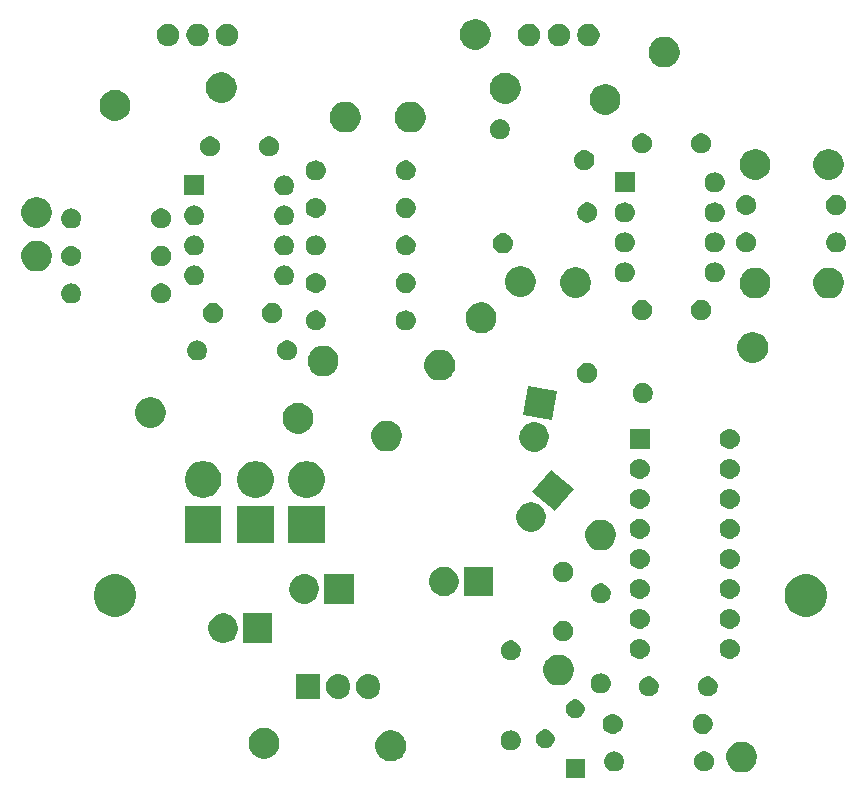
<source format=gbr>
G04 #@! TF.GenerationSoftware,KiCad,Pcbnew,(5.1.2-1)-1*
G04 #@! TF.CreationDate,2021-10-10T15:57:48-04:00*
G04 #@! TF.ProjectId,my_fav_reverb,6d795f66-6176-45f7-9265-766572622e6b,rev?*
G04 #@! TF.SameCoordinates,Original*
G04 #@! TF.FileFunction,Soldermask,Top*
G04 #@! TF.FilePolarity,Negative*
%FSLAX46Y46*%
G04 Gerber Fmt 4.6, Leading zero omitted, Abs format (unit mm)*
G04 Created by KiCad (PCBNEW (5.1.2-1)-1) date 2021-10-10 15:57:48*
%MOMM*%
%LPD*%
G04 APERTURE LIST*
%ADD10C,0.100000*%
G04 APERTURE END LIST*
D10*
G36*
X61761000Y-84494000D02*
G01*
X60159000Y-84494000D01*
X60159000Y-82892000D01*
X61761000Y-82892000D01*
X61761000Y-84494000D01*
X61761000Y-84494000D01*
G37*
G36*
X75436393Y-81426304D02*
G01*
X75673101Y-81524352D01*
X75673103Y-81524353D01*
X75886135Y-81666696D01*
X76067304Y-81847865D01*
X76209647Y-82060897D01*
X76209648Y-82060899D01*
X76307696Y-82297607D01*
X76357680Y-82548893D01*
X76357680Y-82805107D01*
X76307696Y-83056393D01*
X76237929Y-83224825D01*
X76209647Y-83293103D01*
X76067304Y-83506135D01*
X75886135Y-83687304D01*
X75673103Y-83829647D01*
X75673102Y-83829648D01*
X75673101Y-83829648D01*
X75436393Y-83927696D01*
X75185107Y-83977680D01*
X74928893Y-83977680D01*
X74677607Y-83927696D01*
X74440899Y-83829648D01*
X74440898Y-83829648D01*
X74440897Y-83829647D01*
X74227865Y-83687304D01*
X74046696Y-83506135D01*
X73904353Y-83293103D01*
X73876071Y-83224825D01*
X73806304Y-83056393D01*
X73756320Y-82805107D01*
X73756320Y-82548893D01*
X73806304Y-82297607D01*
X73904352Y-82060899D01*
X73904353Y-82060897D01*
X74046696Y-81847865D01*
X74227865Y-81666696D01*
X74440897Y-81524353D01*
X74440899Y-81524352D01*
X74677607Y-81426304D01*
X74928893Y-81376320D01*
X75185107Y-81376320D01*
X75436393Y-81426304D01*
X75436393Y-81426304D01*
G37*
G36*
X72130228Y-82239703D02*
G01*
X72285100Y-82303853D01*
X72424481Y-82396985D01*
X72543015Y-82515519D01*
X72636147Y-82654900D01*
X72700297Y-82809772D01*
X72733000Y-82974184D01*
X72733000Y-83141816D01*
X72700297Y-83306228D01*
X72636147Y-83461100D01*
X72543015Y-83600481D01*
X72424481Y-83719015D01*
X72285100Y-83812147D01*
X72130228Y-83876297D01*
X71965816Y-83909000D01*
X71798184Y-83909000D01*
X71633772Y-83876297D01*
X71478900Y-83812147D01*
X71339519Y-83719015D01*
X71220985Y-83600481D01*
X71127853Y-83461100D01*
X71063703Y-83306228D01*
X71031000Y-83141816D01*
X71031000Y-82974184D01*
X71063703Y-82809772D01*
X71127853Y-82654900D01*
X71220985Y-82515519D01*
X71339519Y-82396985D01*
X71478900Y-82303853D01*
X71633772Y-82239703D01*
X71798184Y-82207000D01*
X71965816Y-82207000D01*
X72130228Y-82239703D01*
X72130228Y-82239703D01*
G37*
G36*
X64428823Y-82219313D02*
G01*
X64589242Y-82267976D01*
X64656361Y-82303852D01*
X64737078Y-82346996D01*
X64866659Y-82453341D01*
X64973004Y-82582922D01*
X64973005Y-82582924D01*
X65052024Y-82730758D01*
X65100687Y-82891177D01*
X65117117Y-83058000D01*
X65100687Y-83224823D01*
X65052024Y-83385242D01*
X65011477Y-83461100D01*
X64973004Y-83533078D01*
X64866659Y-83662659D01*
X64737078Y-83769004D01*
X64737076Y-83769005D01*
X64589242Y-83848024D01*
X64428823Y-83896687D01*
X64303804Y-83909000D01*
X64220196Y-83909000D01*
X64095177Y-83896687D01*
X63934758Y-83848024D01*
X63786924Y-83769005D01*
X63786922Y-83769004D01*
X63657341Y-83662659D01*
X63550996Y-83533078D01*
X63512523Y-83461100D01*
X63471976Y-83385242D01*
X63423313Y-83224823D01*
X63406883Y-83058000D01*
X63423313Y-82891177D01*
X63471976Y-82730758D01*
X63550995Y-82582924D01*
X63550996Y-82582922D01*
X63657341Y-82453341D01*
X63786922Y-82346996D01*
X63867639Y-82303852D01*
X63934758Y-82267976D01*
X64095177Y-82219313D01*
X64220196Y-82207000D01*
X64303804Y-82207000D01*
X64428823Y-82219313D01*
X64428823Y-82219313D01*
G37*
G36*
X45739393Y-80489304D02*
G01*
X45976101Y-80587352D01*
X45976103Y-80587353D01*
X46189135Y-80729696D01*
X46370304Y-80910865D01*
X46505484Y-81113177D01*
X46512648Y-81123899D01*
X46610696Y-81360607D01*
X46660680Y-81611893D01*
X46660680Y-81868107D01*
X46610696Y-82119393D01*
X46516420Y-82346995D01*
X46512647Y-82356103D01*
X46370304Y-82569135D01*
X46189135Y-82750304D01*
X45976103Y-82892647D01*
X45976102Y-82892648D01*
X45976101Y-82892648D01*
X45739393Y-82990696D01*
X45488107Y-83040680D01*
X45231893Y-83040680D01*
X44980607Y-82990696D01*
X44743899Y-82892648D01*
X44743898Y-82892648D01*
X44743897Y-82892647D01*
X44530865Y-82750304D01*
X44349696Y-82569135D01*
X44207353Y-82356103D01*
X44203580Y-82346995D01*
X44109304Y-82119393D01*
X44059320Y-81868107D01*
X44059320Y-81611893D01*
X44109304Y-81360607D01*
X44207352Y-81123899D01*
X44214516Y-81113177D01*
X44349696Y-80910865D01*
X44530865Y-80729696D01*
X44743897Y-80587353D01*
X44743899Y-80587352D01*
X44980607Y-80489304D01*
X45231893Y-80439320D01*
X45488107Y-80439320D01*
X45739393Y-80489304D01*
X45739393Y-80489304D01*
G37*
G36*
X34999393Y-80259304D02*
G01*
X35223180Y-80352000D01*
X35236103Y-80357353D01*
X35449135Y-80499696D01*
X35630304Y-80680865D01*
X35713196Y-80804922D01*
X35772648Y-80893899D01*
X35870696Y-81130607D01*
X35920680Y-81381893D01*
X35920680Y-81638107D01*
X35870696Y-81889393D01*
X35775426Y-82119394D01*
X35772647Y-82126103D01*
X35630304Y-82339135D01*
X35449135Y-82520304D01*
X35236103Y-82662647D01*
X35236102Y-82662648D01*
X35236101Y-82662648D01*
X34999393Y-82760696D01*
X34748107Y-82810680D01*
X34491893Y-82810680D01*
X34240607Y-82760696D01*
X34003899Y-82662648D01*
X34003898Y-82662648D01*
X34003897Y-82662647D01*
X33790865Y-82520304D01*
X33609696Y-82339135D01*
X33467353Y-82126103D01*
X33464574Y-82119394D01*
X33369304Y-81889393D01*
X33319320Y-81638107D01*
X33319320Y-81381893D01*
X33369304Y-81130607D01*
X33467352Y-80893899D01*
X33526804Y-80804922D01*
X33609696Y-80680865D01*
X33790865Y-80499696D01*
X34003897Y-80357353D01*
X34016820Y-80352000D01*
X34240607Y-80259304D01*
X34491893Y-80209320D01*
X34748107Y-80209320D01*
X34999393Y-80259304D01*
X34999393Y-80259304D01*
G37*
G36*
X55665823Y-80441313D02*
G01*
X55826242Y-80489976D01*
X55958906Y-80560886D01*
X55974078Y-80568996D01*
X56103659Y-80675341D01*
X56210004Y-80804922D01*
X56210005Y-80804924D01*
X56289024Y-80952758D01*
X56337687Y-81113177D01*
X56354117Y-81280000D01*
X56337687Y-81446823D01*
X56289024Y-81607242D01*
X56257245Y-81666696D01*
X56210004Y-81755078D01*
X56103659Y-81884659D01*
X55974078Y-81991004D01*
X55974076Y-81991005D01*
X55826242Y-82070024D01*
X55665823Y-82118687D01*
X55540804Y-82131000D01*
X55457196Y-82131000D01*
X55332177Y-82118687D01*
X55171758Y-82070024D01*
X55023924Y-81991005D01*
X55023922Y-81991004D01*
X54894341Y-81884659D01*
X54787996Y-81755078D01*
X54740755Y-81666696D01*
X54708976Y-81607242D01*
X54660313Y-81446823D01*
X54643883Y-81280000D01*
X54660313Y-81113177D01*
X54708976Y-80952758D01*
X54787995Y-80804924D01*
X54787996Y-80804922D01*
X54894341Y-80675341D01*
X55023922Y-80568996D01*
X55039094Y-80560886D01*
X55171758Y-80489976D01*
X55332177Y-80441313D01*
X55457196Y-80429000D01*
X55540804Y-80429000D01*
X55665823Y-80441313D01*
X55665823Y-80441313D01*
G37*
G36*
X58653642Y-80382781D02*
G01*
X58799414Y-80443162D01*
X58799416Y-80443163D01*
X58930608Y-80530822D01*
X59042178Y-80642392D01*
X59100512Y-80729696D01*
X59129838Y-80773586D01*
X59190219Y-80919358D01*
X59221000Y-81074107D01*
X59221000Y-81231893D01*
X59190219Y-81386642D01*
X59173790Y-81426304D01*
X59129837Y-81532416D01*
X59042178Y-81663608D01*
X58930608Y-81775178D01*
X58799416Y-81862837D01*
X58799415Y-81862838D01*
X58799414Y-81862838D01*
X58653642Y-81923219D01*
X58498893Y-81954000D01*
X58341107Y-81954000D01*
X58186358Y-81923219D01*
X58040586Y-81862838D01*
X58040585Y-81862838D01*
X58040584Y-81862837D01*
X57909392Y-81775178D01*
X57797822Y-81663608D01*
X57710163Y-81532416D01*
X57666210Y-81426304D01*
X57649781Y-81386642D01*
X57619000Y-81231893D01*
X57619000Y-81074107D01*
X57649781Y-80919358D01*
X57710162Y-80773586D01*
X57739488Y-80729696D01*
X57797822Y-80642392D01*
X57909392Y-80530822D01*
X58040584Y-80443163D01*
X58040586Y-80443162D01*
X58186358Y-80382781D01*
X58341107Y-80352000D01*
X58498893Y-80352000D01*
X58653642Y-80382781D01*
X58653642Y-80382781D01*
G37*
G36*
X72003228Y-79064703D02*
G01*
X72158100Y-79128853D01*
X72297481Y-79221985D01*
X72416015Y-79340519D01*
X72509147Y-79479900D01*
X72573297Y-79634772D01*
X72606000Y-79799184D01*
X72606000Y-79966816D01*
X72573297Y-80131228D01*
X72509147Y-80286100D01*
X72416015Y-80425481D01*
X72297481Y-80544015D01*
X72158100Y-80637147D01*
X72003228Y-80701297D01*
X71838816Y-80734000D01*
X71671184Y-80734000D01*
X71506772Y-80701297D01*
X71351900Y-80637147D01*
X71212519Y-80544015D01*
X71093985Y-80425481D01*
X71000853Y-80286100D01*
X70936703Y-80131228D01*
X70904000Y-79966816D01*
X70904000Y-79799184D01*
X70936703Y-79634772D01*
X71000853Y-79479900D01*
X71093985Y-79340519D01*
X71212519Y-79221985D01*
X71351900Y-79128853D01*
X71506772Y-79064703D01*
X71671184Y-79032000D01*
X71838816Y-79032000D01*
X72003228Y-79064703D01*
X72003228Y-79064703D01*
G37*
G36*
X64301823Y-79044313D02*
G01*
X64462242Y-79092976D01*
X64519550Y-79123608D01*
X64610078Y-79171996D01*
X64739659Y-79278341D01*
X64846004Y-79407922D01*
X64846005Y-79407924D01*
X64925024Y-79555758D01*
X64973687Y-79716177D01*
X64990117Y-79883000D01*
X64973687Y-80049823D01*
X64925024Y-80210242D01*
X64884477Y-80286100D01*
X64846004Y-80358078D01*
X64739659Y-80487659D01*
X64610078Y-80594004D01*
X64610076Y-80594005D01*
X64462242Y-80673024D01*
X64301823Y-80721687D01*
X64176804Y-80734000D01*
X64093196Y-80734000D01*
X63968177Y-80721687D01*
X63807758Y-80673024D01*
X63659924Y-80594005D01*
X63659922Y-80594004D01*
X63530341Y-80487659D01*
X63423996Y-80358078D01*
X63385523Y-80286100D01*
X63344976Y-80210242D01*
X63296313Y-80049823D01*
X63279883Y-79883000D01*
X63296313Y-79716177D01*
X63344976Y-79555758D01*
X63423995Y-79407924D01*
X63423996Y-79407922D01*
X63530341Y-79278341D01*
X63659922Y-79171996D01*
X63750450Y-79123608D01*
X63807758Y-79092976D01*
X63968177Y-79044313D01*
X64093196Y-79032000D01*
X64176804Y-79032000D01*
X64301823Y-79044313D01*
X64301823Y-79044313D01*
G37*
G36*
X61193642Y-77842781D02*
G01*
X61339414Y-77903162D01*
X61339416Y-77903163D01*
X61470608Y-77990822D01*
X61582178Y-78102392D01*
X61669837Y-78233584D01*
X61669838Y-78233586D01*
X61730219Y-78379358D01*
X61761000Y-78534107D01*
X61761000Y-78691893D01*
X61730219Y-78846642D01*
X61669838Y-78992414D01*
X61669837Y-78992416D01*
X61582178Y-79123608D01*
X61470608Y-79235178D01*
X61339416Y-79322837D01*
X61339415Y-79322838D01*
X61339414Y-79322838D01*
X61193642Y-79383219D01*
X61038893Y-79414000D01*
X60881107Y-79414000D01*
X60726358Y-79383219D01*
X60580586Y-79322838D01*
X60580585Y-79322838D01*
X60580584Y-79322837D01*
X60449392Y-79235178D01*
X60337822Y-79123608D01*
X60250163Y-78992416D01*
X60250162Y-78992414D01*
X60189781Y-78846642D01*
X60159000Y-78691893D01*
X60159000Y-78534107D01*
X60189781Y-78379358D01*
X60250162Y-78233586D01*
X60250163Y-78233584D01*
X60337822Y-78102392D01*
X60449392Y-77990822D01*
X60580584Y-77903163D01*
X60580586Y-77903162D01*
X60726358Y-77842781D01*
X60881107Y-77812000D01*
X61038893Y-77812000D01*
X61193642Y-77842781D01*
X61193642Y-77842781D01*
G37*
G36*
X43630719Y-75671520D02*
G01*
X43819880Y-75728901D01*
X43819883Y-75728902D01*
X43912333Y-75778318D01*
X43994212Y-75822083D01*
X44147015Y-75947485D01*
X44272417Y-76100288D01*
X44365599Y-76274619D01*
X44422980Y-76463780D01*
X44437500Y-76611206D01*
X44437500Y-76804793D01*
X44422980Y-76952219D01*
X44390692Y-77058659D01*
X44365598Y-77141383D01*
X44316182Y-77233833D01*
X44272417Y-77315712D01*
X44147015Y-77468515D01*
X43994212Y-77593917D01*
X43819881Y-77687099D01*
X43630720Y-77744480D01*
X43434000Y-77763855D01*
X43237281Y-77744480D01*
X43048120Y-77687099D01*
X42873788Y-77593917D01*
X42720985Y-77468515D01*
X42595583Y-77315712D01*
X42502401Y-77141381D01*
X42445020Y-76952220D01*
X42430500Y-76804794D01*
X42430500Y-76611207D01*
X42445020Y-76463781D01*
X42502401Y-76274620D01*
X42502402Y-76274617D01*
X42560716Y-76165520D01*
X42595583Y-76100288D01*
X42720985Y-75947485D01*
X42873788Y-75822083D01*
X43048119Y-75728901D01*
X43237280Y-75671520D01*
X43434000Y-75652145D01*
X43630719Y-75671520D01*
X43630719Y-75671520D01*
G37*
G36*
X41090719Y-75671520D02*
G01*
X41279880Y-75728901D01*
X41279883Y-75728902D01*
X41372333Y-75778318D01*
X41454212Y-75822083D01*
X41607015Y-75947485D01*
X41732417Y-76100288D01*
X41825599Y-76274619D01*
X41882980Y-76463780D01*
X41897500Y-76611206D01*
X41897500Y-76804793D01*
X41882980Y-76952219D01*
X41850692Y-77058659D01*
X41825598Y-77141383D01*
X41776182Y-77233833D01*
X41732417Y-77315712D01*
X41607015Y-77468515D01*
X41454212Y-77593917D01*
X41279881Y-77687099D01*
X41090720Y-77744480D01*
X40894000Y-77763855D01*
X40697281Y-77744480D01*
X40508120Y-77687099D01*
X40333788Y-77593917D01*
X40180985Y-77468515D01*
X40055583Y-77315712D01*
X39962401Y-77141381D01*
X39905020Y-76952220D01*
X39890500Y-76804794D01*
X39890500Y-76611207D01*
X39905020Y-76463781D01*
X39962401Y-76274620D01*
X39962402Y-76274617D01*
X40020716Y-76165520D01*
X40055583Y-76100288D01*
X40180985Y-75947485D01*
X40333788Y-75822083D01*
X40508119Y-75728901D01*
X40697280Y-75671520D01*
X40894000Y-75652145D01*
X41090719Y-75671520D01*
X41090719Y-75671520D01*
G37*
G36*
X39357500Y-77759000D02*
G01*
X37350500Y-77759000D01*
X37350500Y-75657000D01*
X39357500Y-75657000D01*
X39357500Y-77759000D01*
X39357500Y-77759000D01*
G37*
G36*
X67431228Y-75889703D02*
G01*
X67586100Y-75953853D01*
X67725481Y-76046985D01*
X67844015Y-76165519D01*
X67937147Y-76304900D01*
X68001297Y-76459772D01*
X68034000Y-76624184D01*
X68034000Y-76791816D01*
X68001297Y-76956228D01*
X67937147Y-77111100D01*
X67844015Y-77250481D01*
X67725481Y-77369015D01*
X67586100Y-77462147D01*
X67431228Y-77526297D01*
X67266816Y-77559000D01*
X67099184Y-77559000D01*
X66934772Y-77526297D01*
X66779900Y-77462147D01*
X66640519Y-77369015D01*
X66521985Y-77250481D01*
X66428853Y-77111100D01*
X66364703Y-76956228D01*
X66332000Y-76791816D01*
X66332000Y-76624184D01*
X66364703Y-76459772D01*
X66428853Y-76304900D01*
X66521985Y-76165519D01*
X66640519Y-76046985D01*
X66779900Y-75953853D01*
X66934772Y-75889703D01*
X67099184Y-75857000D01*
X67266816Y-75857000D01*
X67431228Y-75889703D01*
X67431228Y-75889703D01*
G37*
G36*
X72431228Y-75889703D02*
G01*
X72586100Y-75953853D01*
X72725481Y-76046985D01*
X72844015Y-76165519D01*
X72937147Y-76304900D01*
X73001297Y-76459772D01*
X73034000Y-76624184D01*
X73034000Y-76791816D01*
X73001297Y-76956228D01*
X72937147Y-77111100D01*
X72844015Y-77250481D01*
X72725481Y-77369015D01*
X72586100Y-77462147D01*
X72431228Y-77526297D01*
X72266816Y-77559000D01*
X72099184Y-77559000D01*
X71934772Y-77526297D01*
X71779900Y-77462147D01*
X71640519Y-77369015D01*
X71521985Y-77250481D01*
X71428853Y-77111100D01*
X71364703Y-76956228D01*
X71332000Y-76791816D01*
X71332000Y-76624184D01*
X71364703Y-76459772D01*
X71428853Y-76304900D01*
X71521985Y-76165519D01*
X71640519Y-76046985D01*
X71779900Y-75953853D01*
X71934772Y-75889703D01*
X72099184Y-75857000D01*
X72266816Y-75857000D01*
X72431228Y-75889703D01*
X72431228Y-75889703D01*
G37*
G36*
X63285823Y-75615313D02*
G01*
X63446242Y-75663976D01*
X63567708Y-75728901D01*
X63594078Y-75742996D01*
X63723659Y-75849341D01*
X63830004Y-75978922D01*
X63830005Y-75978924D01*
X63909024Y-76126758D01*
X63957687Y-76287177D01*
X63974117Y-76454000D01*
X63957687Y-76620823D01*
X63909024Y-76781242D01*
X63838114Y-76913906D01*
X63830004Y-76929078D01*
X63723659Y-77058659D01*
X63594078Y-77165004D01*
X63594076Y-77165005D01*
X63446242Y-77244024D01*
X63285823Y-77292687D01*
X63160804Y-77305000D01*
X63077196Y-77305000D01*
X62952177Y-77292687D01*
X62791758Y-77244024D01*
X62643924Y-77165005D01*
X62643922Y-77165004D01*
X62514341Y-77058659D01*
X62407996Y-76929078D01*
X62399886Y-76913906D01*
X62328976Y-76781242D01*
X62280313Y-76620823D01*
X62263883Y-76454000D01*
X62280313Y-76287177D01*
X62328976Y-76126758D01*
X62407995Y-75978924D01*
X62407996Y-75978922D01*
X62514341Y-75849341D01*
X62643922Y-75742996D01*
X62670292Y-75728901D01*
X62791758Y-75663976D01*
X62952177Y-75615313D01*
X63077196Y-75603000D01*
X63160804Y-75603000D01*
X63285823Y-75615313D01*
X63285823Y-75615313D01*
G37*
G36*
X59942393Y-74060304D02*
G01*
X60179101Y-74158352D01*
X60179103Y-74158353D01*
X60392135Y-74300696D01*
X60573304Y-74481865D01*
X60592771Y-74511000D01*
X60715648Y-74694899D01*
X60813696Y-74931607D01*
X60863680Y-75182893D01*
X60863680Y-75439107D01*
X60813696Y-75690393D01*
X60791907Y-75742995D01*
X60715647Y-75927103D01*
X60573304Y-76140135D01*
X60392135Y-76321304D01*
X60179103Y-76463647D01*
X60179102Y-76463648D01*
X60179101Y-76463648D01*
X59942393Y-76561696D01*
X59691107Y-76611680D01*
X59434893Y-76611680D01*
X59183607Y-76561696D01*
X58946899Y-76463648D01*
X58946898Y-76463648D01*
X58946897Y-76463647D01*
X58733865Y-76321304D01*
X58552696Y-76140135D01*
X58410353Y-75927103D01*
X58334093Y-75742995D01*
X58312304Y-75690393D01*
X58262320Y-75439107D01*
X58262320Y-75182893D01*
X58312304Y-74931607D01*
X58410352Y-74694899D01*
X58533229Y-74511000D01*
X58552696Y-74481865D01*
X58733865Y-74300696D01*
X58946897Y-74158353D01*
X58946899Y-74158352D01*
X59183607Y-74060304D01*
X59434893Y-74010320D01*
X59691107Y-74010320D01*
X59942393Y-74060304D01*
X59942393Y-74060304D01*
G37*
G36*
X55747228Y-72841703D02*
G01*
X55902100Y-72905853D01*
X56041481Y-72998985D01*
X56160015Y-73117519D01*
X56253147Y-73256900D01*
X56317297Y-73411772D01*
X56350000Y-73576184D01*
X56350000Y-73743816D01*
X56317297Y-73908228D01*
X56253147Y-74063100D01*
X56160015Y-74202481D01*
X56041481Y-74321015D01*
X55902100Y-74414147D01*
X55747228Y-74478297D01*
X55582816Y-74511000D01*
X55415184Y-74511000D01*
X55250772Y-74478297D01*
X55095900Y-74414147D01*
X54956519Y-74321015D01*
X54837985Y-74202481D01*
X54744853Y-74063100D01*
X54680703Y-73908228D01*
X54648000Y-73743816D01*
X54648000Y-73576184D01*
X54680703Y-73411772D01*
X54744853Y-73256900D01*
X54837985Y-73117519D01*
X54956519Y-72998985D01*
X55095900Y-72905853D01*
X55250772Y-72841703D01*
X55415184Y-72809000D01*
X55582816Y-72809000D01*
X55747228Y-72841703D01*
X55747228Y-72841703D01*
G37*
G36*
X66587823Y-72694313D02*
G01*
X66748242Y-72742976D01*
X66871764Y-72809000D01*
X66896078Y-72821996D01*
X67025659Y-72928341D01*
X67132004Y-73057922D01*
X67132005Y-73057924D01*
X67211024Y-73205758D01*
X67259687Y-73366177D01*
X67276117Y-73533000D01*
X67259687Y-73699823D01*
X67211024Y-73860242D01*
X67185375Y-73908228D01*
X67132004Y-74008078D01*
X67025659Y-74137659D01*
X66896078Y-74244004D01*
X66896076Y-74244005D01*
X66748242Y-74323024D01*
X66587823Y-74371687D01*
X66462804Y-74384000D01*
X66379196Y-74384000D01*
X66254177Y-74371687D01*
X66093758Y-74323024D01*
X65945924Y-74244005D01*
X65945922Y-74244004D01*
X65816341Y-74137659D01*
X65709996Y-74008078D01*
X65656625Y-73908228D01*
X65630976Y-73860242D01*
X65582313Y-73699823D01*
X65565883Y-73533000D01*
X65582313Y-73366177D01*
X65630976Y-73205758D01*
X65709995Y-73057924D01*
X65709996Y-73057922D01*
X65816341Y-72928341D01*
X65945922Y-72821996D01*
X65970236Y-72809000D01*
X66093758Y-72742976D01*
X66254177Y-72694313D01*
X66379196Y-72682000D01*
X66462804Y-72682000D01*
X66587823Y-72694313D01*
X66587823Y-72694313D01*
G37*
G36*
X74207823Y-72694313D02*
G01*
X74368242Y-72742976D01*
X74491764Y-72809000D01*
X74516078Y-72821996D01*
X74645659Y-72928341D01*
X74752004Y-73057922D01*
X74752005Y-73057924D01*
X74831024Y-73205758D01*
X74879687Y-73366177D01*
X74896117Y-73533000D01*
X74879687Y-73699823D01*
X74831024Y-73860242D01*
X74805375Y-73908228D01*
X74752004Y-74008078D01*
X74645659Y-74137659D01*
X74516078Y-74244004D01*
X74516076Y-74244005D01*
X74368242Y-74323024D01*
X74207823Y-74371687D01*
X74082804Y-74384000D01*
X73999196Y-74384000D01*
X73874177Y-74371687D01*
X73713758Y-74323024D01*
X73565924Y-74244005D01*
X73565922Y-74244004D01*
X73436341Y-74137659D01*
X73329996Y-74008078D01*
X73276625Y-73908228D01*
X73250976Y-73860242D01*
X73202313Y-73699823D01*
X73185883Y-73533000D01*
X73202313Y-73366177D01*
X73250976Y-73205758D01*
X73329995Y-73057924D01*
X73329996Y-73057922D01*
X73436341Y-72928341D01*
X73565922Y-72821996D01*
X73590236Y-72809000D01*
X73713758Y-72742976D01*
X73874177Y-72694313D01*
X73999196Y-72682000D01*
X74082804Y-72682000D01*
X74207823Y-72694313D01*
X74207823Y-72694313D01*
G37*
G36*
X35329000Y-73033800D02*
G01*
X32827000Y-73033800D01*
X32827000Y-70531800D01*
X35329000Y-70531800D01*
X35329000Y-73033800D01*
X35329000Y-73033800D01*
G37*
G36*
X31521903Y-70579875D02*
G01*
X31729244Y-70665758D01*
X31749571Y-70674178D01*
X31954466Y-70811085D01*
X32128715Y-70985334D01*
X32265622Y-71190229D01*
X32265623Y-71190231D01*
X32359925Y-71417897D01*
X32408000Y-71659586D01*
X32408000Y-71906014D01*
X32370843Y-72092815D01*
X32359925Y-72147703D01*
X32265622Y-72375371D01*
X32128715Y-72580266D01*
X31954466Y-72754515D01*
X31749571Y-72891422D01*
X31749570Y-72891423D01*
X31749569Y-72891423D01*
X31521903Y-72985725D01*
X31280214Y-73033800D01*
X31033786Y-73033800D01*
X30792097Y-72985725D01*
X30564431Y-72891423D01*
X30564430Y-72891423D01*
X30564429Y-72891422D01*
X30359534Y-72754515D01*
X30185285Y-72580266D01*
X30048378Y-72375371D01*
X29954075Y-72147703D01*
X29943157Y-72092815D01*
X29906000Y-71906014D01*
X29906000Y-71659586D01*
X29954075Y-71417897D01*
X30048377Y-71190231D01*
X30048378Y-71190229D01*
X30185285Y-70985334D01*
X30359534Y-70811085D01*
X30564429Y-70674178D01*
X30584757Y-70665758D01*
X30792097Y-70579875D01*
X31033786Y-70531800D01*
X31280214Y-70531800D01*
X31521903Y-70579875D01*
X31521903Y-70579875D01*
G37*
G36*
X60192228Y-71190703D02*
G01*
X60347100Y-71254853D01*
X60486481Y-71347985D01*
X60605015Y-71466519D01*
X60698147Y-71605900D01*
X60762297Y-71760772D01*
X60795000Y-71925184D01*
X60795000Y-72092816D01*
X60762297Y-72257228D01*
X60698147Y-72412100D01*
X60605015Y-72551481D01*
X60486481Y-72670015D01*
X60347100Y-72763147D01*
X60192228Y-72827297D01*
X60027816Y-72860000D01*
X59860184Y-72860000D01*
X59695772Y-72827297D01*
X59540900Y-72763147D01*
X59401519Y-72670015D01*
X59282985Y-72551481D01*
X59189853Y-72412100D01*
X59125703Y-72257228D01*
X59093000Y-72092816D01*
X59093000Y-71925184D01*
X59125703Y-71760772D01*
X59189853Y-71605900D01*
X59282985Y-71466519D01*
X59401519Y-71347985D01*
X59540900Y-71254853D01*
X59695772Y-71190703D01*
X59860184Y-71158000D01*
X60027816Y-71158000D01*
X60192228Y-71190703D01*
X60192228Y-71190703D01*
G37*
G36*
X66587823Y-70154313D02*
G01*
X66748242Y-70202976D01*
X66880906Y-70273886D01*
X66896078Y-70281996D01*
X67025659Y-70388341D01*
X67132004Y-70517922D01*
X67132005Y-70517924D01*
X67211024Y-70665758D01*
X67259687Y-70826177D01*
X67276117Y-70993000D01*
X67259687Y-71159823D01*
X67211024Y-71320242D01*
X67196195Y-71347985D01*
X67132004Y-71468078D01*
X67025659Y-71597659D01*
X66896078Y-71704004D01*
X66896076Y-71704005D01*
X66748242Y-71783024D01*
X66587823Y-71831687D01*
X66462804Y-71844000D01*
X66379196Y-71844000D01*
X66254177Y-71831687D01*
X66093758Y-71783024D01*
X65945924Y-71704005D01*
X65945922Y-71704004D01*
X65816341Y-71597659D01*
X65709996Y-71468078D01*
X65645805Y-71347985D01*
X65630976Y-71320242D01*
X65582313Y-71159823D01*
X65565883Y-70993000D01*
X65582313Y-70826177D01*
X65630976Y-70665758D01*
X65709995Y-70517924D01*
X65709996Y-70517922D01*
X65816341Y-70388341D01*
X65945922Y-70281996D01*
X65961094Y-70273886D01*
X66093758Y-70202976D01*
X66254177Y-70154313D01*
X66379196Y-70142000D01*
X66462804Y-70142000D01*
X66587823Y-70154313D01*
X66587823Y-70154313D01*
G37*
G36*
X74207823Y-70154313D02*
G01*
X74368242Y-70202976D01*
X74500906Y-70273886D01*
X74516078Y-70281996D01*
X74645659Y-70388341D01*
X74752004Y-70517922D01*
X74752005Y-70517924D01*
X74831024Y-70665758D01*
X74879687Y-70826177D01*
X74896117Y-70993000D01*
X74879687Y-71159823D01*
X74831024Y-71320242D01*
X74816195Y-71347985D01*
X74752004Y-71468078D01*
X74645659Y-71597659D01*
X74516078Y-71704004D01*
X74516076Y-71704005D01*
X74368242Y-71783024D01*
X74207823Y-71831687D01*
X74082804Y-71844000D01*
X73999196Y-71844000D01*
X73874177Y-71831687D01*
X73713758Y-71783024D01*
X73565924Y-71704005D01*
X73565922Y-71704004D01*
X73436341Y-71597659D01*
X73329996Y-71468078D01*
X73265805Y-71347985D01*
X73250976Y-71320242D01*
X73202313Y-71159823D01*
X73185883Y-70993000D01*
X73202313Y-70826177D01*
X73250976Y-70665758D01*
X73329995Y-70517924D01*
X73329996Y-70517922D01*
X73436341Y-70388341D01*
X73565922Y-70281996D01*
X73581094Y-70273886D01*
X73713758Y-70202976D01*
X73874177Y-70154313D01*
X73999196Y-70142000D01*
X74082804Y-70142000D01*
X74207823Y-70154313D01*
X74207823Y-70154313D01*
G37*
G36*
X22525331Y-67268211D02*
G01*
X22853092Y-67403974D01*
X23148070Y-67601072D01*
X23398928Y-67851930D01*
X23596026Y-68146908D01*
X23731789Y-68474669D01*
X23801000Y-68822616D01*
X23801000Y-69177384D01*
X23731789Y-69525331D01*
X23596026Y-69853092D01*
X23398928Y-70148070D01*
X23148070Y-70398928D01*
X22853092Y-70596026D01*
X22525331Y-70731789D01*
X22177384Y-70801000D01*
X21822616Y-70801000D01*
X21474669Y-70731789D01*
X21146908Y-70596026D01*
X20851930Y-70398928D01*
X20601072Y-70148070D01*
X20403974Y-69853092D01*
X20268211Y-69525331D01*
X20199000Y-69177384D01*
X20199000Y-68822616D01*
X20268211Y-68474669D01*
X20403974Y-68146908D01*
X20601072Y-67851930D01*
X20851930Y-67601072D01*
X21146908Y-67403974D01*
X21474669Y-67268211D01*
X21822616Y-67199000D01*
X22177384Y-67199000D01*
X22525331Y-67268211D01*
X22525331Y-67268211D01*
G37*
G36*
X81025331Y-67268211D02*
G01*
X81353092Y-67403974D01*
X81648070Y-67601072D01*
X81898928Y-67851930D01*
X82096026Y-68146908D01*
X82231789Y-68474669D01*
X82301000Y-68822616D01*
X82301000Y-69177384D01*
X82231789Y-69525331D01*
X82096026Y-69853092D01*
X81898928Y-70148070D01*
X81648070Y-70398928D01*
X81353092Y-70596026D01*
X81025331Y-70731789D01*
X80677384Y-70801000D01*
X80322616Y-70801000D01*
X79974669Y-70731789D01*
X79646908Y-70596026D01*
X79351930Y-70398928D01*
X79101072Y-70148070D01*
X78903974Y-69853092D01*
X78768211Y-69525331D01*
X78699000Y-69177384D01*
X78699000Y-68822616D01*
X78768211Y-68474669D01*
X78903974Y-68146908D01*
X79101072Y-67851930D01*
X79351930Y-67601072D01*
X79646908Y-67403974D01*
X79974669Y-67268211D01*
X80322616Y-67199000D01*
X80677384Y-67199000D01*
X81025331Y-67268211D01*
X81025331Y-67268211D01*
G37*
G36*
X42199000Y-69693800D02*
G01*
X39697000Y-69693800D01*
X39697000Y-67191800D01*
X42199000Y-67191800D01*
X42199000Y-69693800D01*
X42199000Y-69693800D01*
G37*
G36*
X38293136Y-67220229D02*
G01*
X38391903Y-67239875D01*
X38619571Y-67334178D01*
X38824466Y-67471085D01*
X38998715Y-67645334D01*
X39077435Y-67763147D01*
X39135623Y-67850231D01*
X39229925Y-68077897D01*
X39271355Y-68286177D01*
X39278000Y-68319587D01*
X39278000Y-68566013D01*
X39229925Y-68807703D01*
X39135622Y-69035371D01*
X38998715Y-69240266D01*
X38824466Y-69414515D01*
X38619571Y-69551422D01*
X38619570Y-69551423D01*
X38619569Y-69551423D01*
X38391903Y-69645725D01*
X38150214Y-69693800D01*
X37903786Y-69693800D01*
X37662097Y-69645725D01*
X37434431Y-69551423D01*
X37434430Y-69551423D01*
X37434429Y-69551422D01*
X37229534Y-69414515D01*
X37055285Y-69240266D01*
X36918378Y-69035371D01*
X36824075Y-68807703D01*
X36776000Y-68566013D01*
X36776000Y-68319587D01*
X36782646Y-68286177D01*
X36824075Y-68077897D01*
X36918377Y-67850231D01*
X36976565Y-67763147D01*
X37055285Y-67645334D01*
X37229534Y-67471085D01*
X37434429Y-67334178D01*
X37662097Y-67239875D01*
X37760864Y-67220229D01*
X37903786Y-67191800D01*
X38150214Y-67191800D01*
X38293136Y-67220229D01*
X38293136Y-67220229D01*
G37*
G36*
X63367228Y-68015703D02*
G01*
X63522100Y-68079853D01*
X63661481Y-68172985D01*
X63780015Y-68291519D01*
X63873147Y-68430900D01*
X63937297Y-68585772D01*
X63970000Y-68750184D01*
X63970000Y-68917816D01*
X63937297Y-69082228D01*
X63873147Y-69237100D01*
X63780015Y-69376481D01*
X63661481Y-69495015D01*
X63522100Y-69588147D01*
X63367228Y-69652297D01*
X63202816Y-69685000D01*
X63035184Y-69685000D01*
X62870772Y-69652297D01*
X62715900Y-69588147D01*
X62576519Y-69495015D01*
X62457985Y-69376481D01*
X62364853Y-69237100D01*
X62300703Y-69082228D01*
X62268000Y-68917816D01*
X62268000Y-68750184D01*
X62300703Y-68585772D01*
X62364853Y-68430900D01*
X62457985Y-68291519D01*
X62576519Y-68172985D01*
X62715900Y-68079853D01*
X62870772Y-68015703D01*
X63035184Y-67983000D01*
X63202816Y-67983000D01*
X63367228Y-68015703D01*
X63367228Y-68015703D01*
G37*
G36*
X74207823Y-67614313D02*
G01*
X74368242Y-67662976D01*
X74500906Y-67733886D01*
X74516078Y-67741996D01*
X74645659Y-67848341D01*
X74752004Y-67977922D01*
X74752005Y-67977924D01*
X74831024Y-68125758D01*
X74879687Y-68286177D01*
X74896117Y-68453000D01*
X74879687Y-68619823D01*
X74831024Y-68780242D01*
X74808374Y-68822617D01*
X74752004Y-68928078D01*
X74645659Y-69057659D01*
X74516078Y-69164004D01*
X74516076Y-69164005D01*
X74368242Y-69243024D01*
X74207823Y-69291687D01*
X74082804Y-69304000D01*
X73999196Y-69304000D01*
X73874177Y-69291687D01*
X73713758Y-69243024D01*
X73565924Y-69164005D01*
X73565922Y-69164004D01*
X73436341Y-69057659D01*
X73329996Y-68928078D01*
X73273626Y-68822617D01*
X73250976Y-68780242D01*
X73202313Y-68619823D01*
X73185883Y-68453000D01*
X73202313Y-68286177D01*
X73250976Y-68125758D01*
X73329995Y-67977924D01*
X73329996Y-67977922D01*
X73436341Y-67848341D01*
X73565922Y-67741996D01*
X73581094Y-67733886D01*
X73713758Y-67662976D01*
X73874177Y-67614313D01*
X73999196Y-67602000D01*
X74082804Y-67602000D01*
X74207823Y-67614313D01*
X74207823Y-67614313D01*
G37*
G36*
X66587823Y-67614313D02*
G01*
X66748242Y-67662976D01*
X66880906Y-67733886D01*
X66896078Y-67741996D01*
X67025659Y-67848341D01*
X67132004Y-67977922D01*
X67132005Y-67977924D01*
X67211024Y-68125758D01*
X67259687Y-68286177D01*
X67276117Y-68453000D01*
X67259687Y-68619823D01*
X67211024Y-68780242D01*
X67188374Y-68822617D01*
X67132004Y-68928078D01*
X67025659Y-69057659D01*
X66896078Y-69164004D01*
X66896076Y-69164005D01*
X66748242Y-69243024D01*
X66587823Y-69291687D01*
X66462804Y-69304000D01*
X66379196Y-69304000D01*
X66254177Y-69291687D01*
X66093758Y-69243024D01*
X65945924Y-69164005D01*
X65945922Y-69164004D01*
X65816341Y-69057659D01*
X65709996Y-68928078D01*
X65653626Y-68822617D01*
X65630976Y-68780242D01*
X65582313Y-68619823D01*
X65565883Y-68453000D01*
X65582313Y-68286177D01*
X65630976Y-68125758D01*
X65709995Y-67977924D01*
X65709996Y-67977922D01*
X65816341Y-67848341D01*
X65945922Y-67741996D01*
X65961094Y-67733886D01*
X66093758Y-67662976D01*
X66254177Y-67614313D01*
X66379196Y-67602000D01*
X66462804Y-67602000D01*
X66587823Y-67614313D01*
X66587823Y-67614313D01*
G37*
G36*
X50221903Y-66609875D02*
G01*
X50446788Y-66703025D01*
X50449571Y-66704178D01*
X50654466Y-66841085D01*
X50828715Y-67015334D01*
X50828716Y-67015336D01*
X50965623Y-67220231D01*
X51059925Y-67447897D01*
X51108000Y-67689586D01*
X51108000Y-67936014D01*
X51060863Y-68172985D01*
X51059925Y-68177703D01*
X50965622Y-68405371D01*
X50828715Y-68610266D01*
X50654466Y-68784515D01*
X50449571Y-68921422D01*
X50449570Y-68921423D01*
X50449569Y-68921423D01*
X50221903Y-69015725D01*
X49980214Y-69063800D01*
X49733786Y-69063800D01*
X49492097Y-69015725D01*
X49264431Y-68921423D01*
X49264430Y-68921423D01*
X49264429Y-68921422D01*
X49059534Y-68784515D01*
X48885285Y-68610266D01*
X48748378Y-68405371D01*
X48654075Y-68177703D01*
X48653137Y-68172985D01*
X48606000Y-67936014D01*
X48606000Y-67689586D01*
X48654075Y-67447897D01*
X48748377Y-67220231D01*
X48885284Y-67015336D01*
X48885285Y-67015334D01*
X49059534Y-66841085D01*
X49264429Y-66704178D01*
X49267213Y-66703025D01*
X49492097Y-66609875D01*
X49733786Y-66561800D01*
X49980214Y-66561800D01*
X50221903Y-66609875D01*
X50221903Y-66609875D01*
G37*
G36*
X54029000Y-69063800D02*
G01*
X51527000Y-69063800D01*
X51527000Y-66561800D01*
X54029000Y-66561800D01*
X54029000Y-69063800D01*
X54029000Y-69063800D01*
G37*
G36*
X60192228Y-66190703D02*
G01*
X60347100Y-66254853D01*
X60486481Y-66347985D01*
X60605015Y-66466519D01*
X60698147Y-66605900D01*
X60762297Y-66760772D01*
X60795000Y-66925184D01*
X60795000Y-67092816D01*
X60762297Y-67257228D01*
X60698147Y-67412100D01*
X60605015Y-67551481D01*
X60486481Y-67670015D01*
X60347100Y-67763147D01*
X60192228Y-67827297D01*
X60027816Y-67860000D01*
X59860184Y-67860000D01*
X59695772Y-67827297D01*
X59540900Y-67763147D01*
X59401519Y-67670015D01*
X59282985Y-67551481D01*
X59189853Y-67412100D01*
X59125703Y-67257228D01*
X59093000Y-67092816D01*
X59093000Y-66925184D01*
X59125703Y-66760772D01*
X59189853Y-66605900D01*
X59282985Y-66466519D01*
X59401519Y-66347985D01*
X59540900Y-66254853D01*
X59695772Y-66190703D01*
X59860184Y-66158000D01*
X60027816Y-66158000D01*
X60192228Y-66190703D01*
X60192228Y-66190703D01*
G37*
G36*
X74207823Y-65074313D02*
G01*
X74368242Y-65122976D01*
X74478069Y-65181680D01*
X74516078Y-65201996D01*
X74645659Y-65308341D01*
X74752004Y-65437922D01*
X74752005Y-65437924D01*
X74831024Y-65585758D01*
X74879687Y-65746177D01*
X74896117Y-65913000D01*
X74879687Y-66079823D01*
X74831024Y-66240242D01*
X74823214Y-66254853D01*
X74752004Y-66388078D01*
X74645659Y-66517659D01*
X74516078Y-66624004D01*
X74516076Y-66624005D01*
X74368242Y-66703024D01*
X74207823Y-66751687D01*
X74082804Y-66764000D01*
X73999196Y-66764000D01*
X73874177Y-66751687D01*
X73713758Y-66703024D01*
X73565924Y-66624005D01*
X73565922Y-66624004D01*
X73436341Y-66517659D01*
X73329996Y-66388078D01*
X73258786Y-66254853D01*
X73250976Y-66240242D01*
X73202313Y-66079823D01*
X73185883Y-65913000D01*
X73202313Y-65746177D01*
X73250976Y-65585758D01*
X73329995Y-65437924D01*
X73329996Y-65437922D01*
X73436341Y-65308341D01*
X73565922Y-65201996D01*
X73603931Y-65181680D01*
X73713758Y-65122976D01*
X73874177Y-65074313D01*
X73999196Y-65062000D01*
X74082804Y-65062000D01*
X74207823Y-65074313D01*
X74207823Y-65074313D01*
G37*
G36*
X66587823Y-65074313D02*
G01*
X66748242Y-65122976D01*
X66858069Y-65181680D01*
X66896078Y-65201996D01*
X67025659Y-65308341D01*
X67132004Y-65437922D01*
X67132005Y-65437924D01*
X67211024Y-65585758D01*
X67259687Y-65746177D01*
X67276117Y-65913000D01*
X67259687Y-66079823D01*
X67211024Y-66240242D01*
X67203214Y-66254853D01*
X67132004Y-66388078D01*
X67025659Y-66517659D01*
X66896078Y-66624004D01*
X66896076Y-66624005D01*
X66748242Y-66703024D01*
X66587823Y-66751687D01*
X66462804Y-66764000D01*
X66379196Y-66764000D01*
X66254177Y-66751687D01*
X66093758Y-66703024D01*
X65945924Y-66624005D01*
X65945922Y-66624004D01*
X65816341Y-66517659D01*
X65709996Y-66388078D01*
X65638786Y-66254853D01*
X65630976Y-66240242D01*
X65582313Y-66079823D01*
X65565883Y-65913000D01*
X65582313Y-65746177D01*
X65630976Y-65585758D01*
X65709995Y-65437924D01*
X65709996Y-65437922D01*
X65816341Y-65308341D01*
X65945922Y-65201996D01*
X65983931Y-65181680D01*
X66093758Y-65122976D01*
X66254177Y-65074313D01*
X66379196Y-65062000D01*
X66462804Y-65062000D01*
X66587823Y-65074313D01*
X66587823Y-65074313D01*
G37*
G36*
X63498393Y-62630304D02*
G01*
X63722059Y-62722950D01*
X63735103Y-62728353D01*
X63948135Y-62870696D01*
X64129304Y-63051865D01*
X64271647Y-63264897D01*
X64271648Y-63264899D01*
X64369696Y-63501607D01*
X64419680Y-63752893D01*
X64419680Y-64009107D01*
X64369696Y-64260393D01*
X64271648Y-64497101D01*
X64271647Y-64497103D01*
X64129304Y-64710135D01*
X63948135Y-64891304D01*
X63735103Y-65033647D01*
X63735102Y-65033648D01*
X63735101Y-65033648D01*
X63498393Y-65131696D01*
X63247107Y-65181680D01*
X62990893Y-65181680D01*
X62739607Y-65131696D01*
X62502899Y-65033648D01*
X62502898Y-65033648D01*
X62502897Y-65033647D01*
X62289865Y-64891304D01*
X62108696Y-64710135D01*
X61966353Y-64497103D01*
X61966352Y-64497101D01*
X61868304Y-64260393D01*
X61818320Y-64009107D01*
X61818320Y-63752893D01*
X61868304Y-63501607D01*
X61966352Y-63264899D01*
X61966353Y-63264897D01*
X62108696Y-63051865D01*
X62289865Y-62870696D01*
X62502897Y-62728353D01*
X62515941Y-62722950D01*
X62739607Y-62630304D01*
X62990893Y-62580320D01*
X63247107Y-62580320D01*
X63498393Y-62630304D01*
X63498393Y-62630304D01*
G37*
G36*
X31014870Y-64542870D02*
G01*
X27913130Y-64542870D01*
X27913130Y-61441130D01*
X31014870Y-61441130D01*
X31014870Y-64542870D01*
X31014870Y-64542870D01*
G37*
G36*
X35459870Y-64542870D02*
G01*
X32358130Y-64542870D01*
X32358130Y-61441130D01*
X35459870Y-61441130D01*
X35459870Y-64542870D01*
X35459870Y-64542870D01*
G37*
G36*
X39777870Y-64542870D02*
G01*
X36676130Y-64542870D01*
X36676130Y-61441130D01*
X39777870Y-61441130D01*
X39777870Y-64542870D01*
X39777870Y-64542870D01*
G37*
G36*
X66587823Y-62534313D02*
G01*
X66718380Y-62573917D01*
X66739487Y-62580320D01*
X66748242Y-62582976D01*
X66836786Y-62630304D01*
X66896078Y-62661996D01*
X67025659Y-62768341D01*
X67132004Y-62897922D01*
X67132005Y-62897924D01*
X67211024Y-63045758D01*
X67259687Y-63206177D01*
X67276117Y-63373000D01*
X67259687Y-63539823D01*
X67211024Y-63700242D01*
X67182881Y-63752893D01*
X67132004Y-63848078D01*
X67025659Y-63977659D01*
X66896078Y-64084004D01*
X66896076Y-64084005D01*
X66748242Y-64163024D01*
X66587823Y-64211687D01*
X66462804Y-64224000D01*
X66379196Y-64224000D01*
X66254177Y-64211687D01*
X66093758Y-64163024D01*
X65945924Y-64084005D01*
X65945922Y-64084004D01*
X65816341Y-63977659D01*
X65709996Y-63848078D01*
X65659119Y-63752893D01*
X65630976Y-63700242D01*
X65582313Y-63539823D01*
X65565883Y-63373000D01*
X65582313Y-63206177D01*
X65630976Y-63045758D01*
X65709995Y-62897924D01*
X65709996Y-62897922D01*
X65816341Y-62768341D01*
X65945922Y-62661996D01*
X66005214Y-62630304D01*
X66093758Y-62582976D01*
X66102514Y-62580320D01*
X66123620Y-62573917D01*
X66254177Y-62534313D01*
X66379196Y-62522000D01*
X66462804Y-62522000D01*
X66587823Y-62534313D01*
X66587823Y-62534313D01*
G37*
G36*
X74207823Y-62534313D02*
G01*
X74338380Y-62573917D01*
X74359487Y-62580320D01*
X74368242Y-62582976D01*
X74456786Y-62630304D01*
X74516078Y-62661996D01*
X74645659Y-62768341D01*
X74752004Y-62897922D01*
X74752005Y-62897924D01*
X74831024Y-63045758D01*
X74879687Y-63206177D01*
X74896117Y-63373000D01*
X74879687Y-63539823D01*
X74831024Y-63700242D01*
X74802881Y-63752893D01*
X74752004Y-63848078D01*
X74645659Y-63977659D01*
X74516078Y-64084004D01*
X74516076Y-64084005D01*
X74368242Y-64163024D01*
X74207823Y-64211687D01*
X74082804Y-64224000D01*
X73999196Y-64224000D01*
X73874177Y-64211687D01*
X73713758Y-64163024D01*
X73565924Y-64084005D01*
X73565922Y-64084004D01*
X73436341Y-63977659D01*
X73329996Y-63848078D01*
X73279119Y-63752893D01*
X73250976Y-63700242D01*
X73202313Y-63539823D01*
X73185883Y-63373000D01*
X73202313Y-63206177D01*
X73250976Y-63045758D01*
X73329995Y-62897924D01*
X73329996Y-62897922D01*
X73436341Y-62768341D01*
X73565922Y-62661996D01*
X73625214Y-62630304D01*
X73713758Y-62582976D01*
X73722514Y-62580320D01*
X73743620Y-62573917D01*
X73874177Y-62534313D01*
X73999196Y-62522000D01*
X74082804Y-62522000D01*
X74207823Y-62534313D01*
X74207823Y-62534313D01*
G37*
G36*
X57592838Y-61155122D02*
G01*
X57820506Y-61249425D01*
X58025401Y-61386332D01*
X58199650Y-61560581D01*
X58199651Y-61560583D01*
X58336558Y-61765478D01*
X58430860Y-61993144D01*
X58478935Y-62234833D01*
X58478935Y-62481261D01*
X58430860Y-62722950D01*
X58412059Y-62768341D01*
X58336557Y-62950618D01*
X58199650Y-63155513D01*
X58025401Y-63329762D01*
X57820506Y-63466669D01*
X57820505Y-63466670D01*
X57820504Y-63466670D01*
X57592838Y-63560972D01*
X57351149Y-63609047D01*
X57104721Y-63609047D01*
X56863032Y-63560972D01*
X56635366Y-63466670D01*
X56635365Y-63466670D01*
X56635364Y-63466669D01*
X56430469Y-63329762D01*
X56256220Y-63155513D01*
X56119313Y-62950618D01*
X56043812Y-62768341D01*
X56025010Y-62722950D01*
X55976935Y-62481261D01*
X55976935Y-62234833D01*
X56025010Y-61993144D01*
X56119312Y-61765478D01*
X56256219Y-61560583D01*
X56256220Y-61560581D01*
X56430469Y-61386332D01*
X56635364Y-61249425D01*
X56863032Y-61155122D01*
X57104721Y-61107047D01*
X57351149Y-61107047D01*
X57592838Y-61155122D01*
X57592838Y-61155122D01*
G37*
G36*
X60867966Y-59966237D02*
G01*
X59259711Y-61882880D01*
X57343068Y-60274625D01*
X58951323Y-58357982D01*
X60867966Y-59966237D01*
X60867966Y-59966237D01*
G37*
G36*
X66587823Y-59994313D02*
G01*
X66748242Y-60042976D01*
X66880906Y-60113886D01*
X66896078Y-60121996D01*
X67025659Y-60228341D01*
X67132004Y-60357922D01*
X67132005Y-60357924D01*
X67211024Y-60505758D01*
X67259687Y-60666177D01*
X67276117Y-60833000D01*
X67259687Y-60999823D01*
X67211024Y-61160242D01*
X67140114Y-61292906D01*
X67132004Y-61308078D01*
X67025659Y-61437659D01*
X66896078Y-61544004D01*
X66896076Y-61544005D01*
X66748242Y-61623024D01*
X66587823Y-61671687D01*
X66462804Y-61684000D01*
X66379196Y-61684000D01*
X66254177Y-61671687D01*
X66093758Y-61623024D01*
X65945924Y-61544005D01*
X65945922Y-61544004D01*
X65816341Y-61437659D01*
X65709996Y-61308078D01*
X65701886Y-61292906D01*
X65630976Y-61160242D01*
X65582313Y-60999823D01*
X65565883Y-60833000D01*
X65582313Y-60666177D01*
X65630976Y-60505758D01*
X65709995Y-60357924D01*
X65709996Y-60357922D01*
X65816341Y-60228341D01*
X65945922Y-60121996D01*
X65961094Y-60113886D01*
X66093758Y-60042976D01*
X66254177Y-59994313D01*
X66379196Y-59982000D01*
X66462804Y-59982000D01*
X66587823Y-59994313D01*
X66587823Y-59994313D01*
G37*
G36*
X74207823Y-59994313D02*
G01*
X74368242Y-60042976D01*
X74500906Y-60113886D01*
X74516078Y-60121996D01*
X74645659Y-60228341D01*
X74752004Y-60357922D01*
X74752005Y-60357924D01*
X74831024Y-60505758D01*
X74879687Y-60666177D01*
X74896117Y-60833000D01*
X74879687Y-60999823D01*
X74831024Y-61160242D01*
X74760114Y-61292906D01*
X74752004Y-61308078D01*
X74645659Y-61437659D01*
X74516078Y-61544004D01*
X74516076Y-61544005D01*
X74368242Y-61623024D01*
X74207823Y-61671687D01*
X74082804Y-61684000D01*
X73999196Y-61684000D01*
X73874177Y-61671687D01*
X73713758Y-61623024D01*
X73565924Y-61544005D01*
X73565922Y-61544004D01*
X73436341Y-61437659D01*
X73329996Y-61308078D01*
X73321886Y-61292906D01*
X73250976Y-61160242D01*
X73202313Y-60999823D01*
X73185883Y-60833000D01*
X73202313Y-60666177D01*
X73250976Y-60505758D01*
X73329995Y-60357924D01*
X73329996Y-60357922D01*
X73436341Y-60228341D01*
X73565922Y-60121996D01*
X73581094Y-60113886D01*
X73713758Y-60042976D01*
X73874177Y-59994313D01*
X73999196Y-59982000D01*
X74082804Y-59982000D01*
X74207823Y-59994313D01*
X74207823Y-59994313D01*
G37*
G36*
X38579497Y-57670863D02*
G01*
X38679372Y-57690729D01*
X38796279Y-57739154D01*
X38961611Y-57807636D01*
X39215621Y-57977360D01*
X39431640Y-58193379D01*
X39601364Y-58447389D01*
X39718271Y-58729629D01*
X39777870Y-59029251D01*
X39777870Y-59334749D01*
X39718271Y-59634371D01*
X39601364Y-59916611D01*
X39431640Y-60170621D01*
X39215621Y-60386640D01*
X38961611Y-60556364D01*
X38796279Y-60624846D01*
X38679372Y-60673271D01*
X38579497Y-60693137D01*
X38379749Y-60732870D01*
X38074251Y-60732870D01*
X37874503Y-60693137D01*
X37774628Y-60673271D01*
X37657721Y-60624846D01*
X37492389Y-60556364D01*
X37238379Y-60386640D01*
X37022360Y-60170621D01*
X36852636Y-59916611D01*
X36735729Y-59634371D01*
X36676130Y-59334749D01*
X36676130Y-59029251D01*
X36735729Y-58729629D01*
X36852636Y-58447389D01*
X37022360Y-58193379D01*
X37238379Y-57977360D01*
X37492389Y-57807636D01*
X37657721Y-57739154D01*
X37774628Y-57690729D01*
X37874503Y-57670863D01*
X38074251Y-57631130D01*
X38379749Y-57631130D01*
X38579497Y-57670863D01*
X38579497Y-57670863D01*
G37*
G36*
X29816497Y-57670863D02*
G01*
X29916372Y-57690729D01*
X30033279Y-57739154D01*
X30198611Y-57807636D01*
X30452621Y-57977360D01*
X30668640Y-58193379D01*
X30838364Y-58447389D01*
X30955271Y-58729629D01*
X31014870Y-59029251D01*
X31014870Y-59334749D01*
X30955271Y-59634371D01*
X30838364Y-59916611D01*
X30668640Y-60170621D01*
X30452621Y-60386640D01*
X30198611Y-60556364D01*
X30033279Y-60624846D01*
X29916372Y-60673271D01*
X29816497Y-60693137D01*
X29616749Y-60732870D01*
X29311251Y-60732870D01*
X29111503Y-60693137D01*
X29011628Y-60673271D01*
X28894721Y-60624846D01*
X28729389Y-60556364D01*
X28475379Y-60386640D01*
X28259360Y-60170621D01*
X28089636Y-59916611D01*
X27972729Y-59634371D01*
X27913130Y-59334749D01*
X27913130Y-59029251D01*
X27972729Y-58729629D01*
X28089636Y-58447389D01*
X28259360Y-58193379D01*
X28475379Y-57977360D01*
X28729389Y-57807636D01*
X28894721Y-57739154D01*
X29011628Y-57690729D01*
X29111503Y-57670863D01*
X29311251Y-57631130D01*
X29616749Y-57631130D01*
X29816497Y-57670863D01*
X29816497Y-57670863D01*
G37*
G36*
X34261497Y-57670863D02*
G01*
X34361372Y-57690729D01*
X34478279Y-57739154D01*
X34643611Y-57807636D01*
X34897621Y-57977360D01*
X35113640Y-58193379D01*
X35283364Y-58447389D01*
X35400271Y-58729629D01*
X35459870Y-59029251D01*
X35459870Y-59334749D01*
X35400271Y-59634371D01*
X35283364Y-59916611D01*
X35113640Y-60170621D01*
X34897621Y-60386640D01*
X34643611Y-60556364D01*
X34478279Y-60624846D01*
X34361372Y-60673271D01*
X34261497Y-60693137D01*
X34061749Y-60732870D01*
X33756251Y-60732870D01*
X33556503Y-60693137D01*
X33456628Y-60673271D01*
X33339721Y-60624846D01*
X33174389Y-60556364D01*
X32920379Y-60386640D01*
X32704360Y-60170621D01*
X32534636Y-59916611D01*
X32417729Y-59634371D01*
X32358130Y-59334749D01*
X32358130Y-59029251D01*
X32417729Y-58729629D01*
X32534636Y-58447389D01*
X32704360Y-58193379D01*
X32920379Y-57977360D01*
X33174389Y-57807636D01*
X33339721Y-57739154D01*
X33456628Y-57690729D01*
X33556503Y-57670863D01*
X33756251Y-57631130D01*
X34061749Y-57631130D01*
X34261497Y-57670863D01*
X34261497Y-57670863D01*
G37*
G36*
X74207823Y-57454313D02*
G01*
X74368242Y-57502976D01*
X74500906Y-57573886D01*
X74516078Y-57581996D01*
X74645659Y-57688341D01*
X74752004Y-57817922D01*
X74752005Y-57817924D01*
X74831024Y-57965758D01*
X74831025Y-57965761D01*
X74834544Y-57977361D01*
X74879687Y-58126177D01*
X74896117Y-58293000D01*
X74879687Y-58459823D01*
X74831024Y-58620242D01*
X74772556Y-58729628D01*
X74752004Y-58768078D01*
X74645659Y-58897659D01*
X74516078Y-59004004D01*
X74516076Y-59004005D01*
X74368242Y-59083024D01*
X74207823Y-59131687D01*
X74082804Y-59144000D01*
X73999196Y-59144000D01*
X73874177Y-59131687D01*
X73713758Y-59083024D01*
X73565924Y-59004005D01*
X73565922Y-59004004D01*
X73436341Y-58897659D01*
X73329996Y-58768078D01*
X73309444Y-58729628D01*
X73250976Y-58620242D01*
X73202313Y-58459823D01*
X73185883Y-58293000D01*
X73202313Y-58126177D01*
X73247456Y-57977361D01*
X73250975Y-57965761D01*
X73250976Y-57965758D01*
X73329995Y-57817924D01*
X73329996Y-57817922D01*
X73436341Y-57688341D01*
X73565922Y-57581996D01*
X73581094Y-57573886D01*
X73713758Y-57502976D01*
X73874177Y-57454313D01*
X73999196Y-57442000D01*
X74082804Y-57442000D01*
X74207823Y-57454313D01*
X74207823Y-57454313D01*
G37*
G36*
X66587823Y-57454313D02*
G01*
X66748242Y-57502976D01*
X66880906Y-57573886D01*
X66896078Y-57581996D01*
X67025659Y-57688341D01*
X67132004Y-57817922D01*
X67132005Y-57817924D01*
X67211024Y-57965758D01*
X67211025Y-57965761D01*
X67214544Y-57977361D01*
X67259687Y-58126177D01*
X67276117Y-58293000D01*
X67259687Y-58459823D01*
X67211024Y-58620242D01*
X67152556Y-58729628D01*
X67132004Y-58768078D01*
X67025659Y-58897659D01*
X66896078Y-59004004D01*
X66896076Y-59004005D01*
X66748242Y-59083024D01*
X66587823Y-59131687D01*
X66462804Y-59144000D01*
X66379196Y-59144000D01*
X66254177Y-59131687D01*
X66093758Y-59083024D01*
X65945924Y-59004005D01*
X65945922Y-59004004D01*
X65816341Y-58897659D01*
X65709996Y-58768078D01*
X65689444Y-58729628D01*
X65630976Y-58620242D01*
X65582313Y-58459823D01*
X65565883Y-58293000D01*
X65582313Y-58126177D01*
X65627456Y-57977361D01*
X65630975Y-57965761D01*
X65630976Y-57965758D01*
X65709995Y-57817924D01*
X65709996Y-57817922D01*
X65816341Y-57688341D01*
X65945922Y-57581996D01*
X65961094Y-57573886D01*
X66093758Y-57502976D01*
X66254177Y-57454313D01*
X66379196Y-57442000D01*
X66462804Y-57442000D01*
X66587823Y-57454313D01*
X66587823Y-57454313D01*
G37*
G36*
X57683377Y-54347352D02*
G01*
X57866875Y-54383852D01*
X58094543Y-54478155D01*
X58299438Y-54615062D01*
X58473687Y-54789311D01*
X58610594Y-54994206D01*
X58610595Y-54994208D01*
X58704897Y-55221874D01*
X58720573Y-55300680D01*
X58752972Y-55463564D01*
X58752972Y-55709990D01*
X58704897Y-55951680D01*
X58610594Y-56179348D01*
X58473687Y-56384243D01*
X58299438Y-56558492D01*
X58094543Y-56695399D01*
X58094542Y-56695400D01*
X58094541Y-56695400D01*
X57866875Y-56789702D01*
X57625186Y-56837777D01*
X57378758Y-56837777D01*
X57137069Y-56789702D01*
X56909403Y-56695400D01*
X56909402Y-56695400D01*
X56909401Y-56695399D01*
X56704506Y-56558492D01*
X56530257Y-56384243D01*
X56393350Y-56179348D01*
X56299047Y-55951680D01*
X56250972Y-55709990D01*
X56250972Y-55463564D01*
X56283372Y-55300680D01*
X56299047Y-55221874D01*
X56393349Y-54994208D01*
X56393350Y-54994206D01*
X56530257Y-54789311D01*
X56704506Y-54615062D01*
X56909401Y-54478155D01*
X57137069Y-54383852D01*
X57320567Y-54347352D01*
X57378758Y-54335777D01*
X57625186Y-54335777D01*
X57683377Y-54347352D01*
X57683377Y-54347352D01*
G37*
G36*
X45379393Y-54249304D02*
G01*
X45616101Y-54347352D01*
X45616103Y-54347353D01*
X45829135Y-54489696D01*
X46010304Y-54670865D01*
X46116056Y-54829135D01*
X46152648Y-54883899D01*
X46250696Y-55120607D01*
X46300680Y-55371893D01*
X46300680Y-55628107D01*
X46250696Y-55879393D01*
X46167501Y-56080242D01*
X46152647Y-56116103D01*
X46010304Y-56329135D01*
X45829135Y-56510304D01*
X45616103Y-56652647D01*
X45616102Y-56652648D01*
X45616101Y-56652648D01*
X45379393Y-56750696D01*
X45128107Y-56800680D01*
X44871893Y-56800680D01*
X44620607Y-56750696D01*
X44383899Y-56652648D01*
X44383898Y-56652648D01*
X44383897Y-56652647D01*
X44170865Y-56510304D01*
X43989696Y-56329135D01*
X43847353Y-56116103D01*
X43832499Y-56080242D01*
X43749304Y-55879393D01*
X43699320Y-55628107D01*
X43699320Y-55371893D01*
X43749304Y-55120607D01*
X43847352Y-54883899D01*
X43883944Y-54829135D01*
X43989696Y-54670865D01*
X44170865Y-54489696D01*
X44383897Y-54347353D01*
X44383899Y-54347352D01*
X44620607Y-54249304D01*
X44871893Y-54199320D01*
X45128107Y-54199320D01*
X45379393Y-54249304D01*
X45379393Y-54249304D01*
G37*
G36*
X74207823Y-54914313D02*
G01*
X74368242Y-54962976D01*
X74456786Y-55010304D01*
X74516078Y-55041996D01*
X74645659Y-55148341D01*
X74752004Y-55277922D01*
X74752005Y-55277924D01*
X74831024Y-55425758D01*
X74879687Y-55586177D01*
X74896117Y-55753000D01*
X74879687Y-55919823D01*
X74831024Y-56080242D01*
X74778052Y-56179346D01*
X74752004Y-56228078D01*
X74645659Y-56357659D01*
X74516078Y-56464004D01*
X74516076Y-56464005D01*
X74368242Y-56543024D01*
X74207823Y-56591687D01*
X74082804Y-56604000D01*
X73999196Y-56604000D01*
X73874177Y-56591687D01*
X73713758Y-56543024D01*
X73565924Y-56464005D01*
X73565922Y-56464004D01*
X73436341Y-56357659D01*
X73329996Y-56228078D01*
X73303948Y-56179346D01*
X73250976Y-56080242D01*
X73202313Y-55919823D01*
X73185883Y-55753000D01*
X73202313Y-55586177D01*
X73250976Y-55425758D01*
X73329995Y-55277924D01*
X73329996Y-55277922D01*
X73436341Y-55148341D01*
X73565922Y-55041996D01*
X73625214Y-55010304D01*
X73713758Y-54962976D01*
X73874177Y-54914313D01*
X73999196Y-54902000D01*
X74082804Y-54902000D01*
X74207823Y-54914313D01*
X74207823Y-54914313D01*
G37*
G36*
X67272000Y-56604000D02*
G01*
X65570000Y-56604000D01*
X65570000Y-54902000D01*
X67272000Y-54902000D01*
X67272000Y-56604000D01*
X67272000Y-56604000D01*
G37*
G36*
X37879393Y-52749304D02*
G01*
X38116101Y-52847352D01*
X38116103Y-52847353D01*
X38329135Y-52989696D01*
X38510304Y-53170865D01*
X38644626Y-53371893D01*
X38652648Y-53383899D01*
X38750696Y-53620607D01*
X38800680Y-53871893D01*
X38800680Y-54128107D01*
X38750696Y-54379393D01*
X38653079Y-54615061D01*
X38652647Y-54616103D01*
X38510304Y-54829135D01*
X38329135Y-55010304D01*
X38116103Y-55152647D01*
X38116102Y-55152648D01*
X38116101Y-55152648D01*
X37879393Y-55250696D01*
X37628107Y-55300680D01*
X37371893Y-55300680D01*
X37120607Y-55250696D01*
X36883899Y-55152648D01*
X36883898Y-55152648D01*
X36883897Y-55152647D01*
X36670865Y-55010304D01*
X36489696Y-54829135D01*
X36347353Y-54616103D01*
X36346921Y-54615061D01*
X36249304Y-54379393D01*
X36199320Y-54128107D01*
X36199320Y-53871893D01*
X36249304Y-53620607D01*
X36347352Y-53383899D01*
X36355374Y-53371893D01*
X36489696Y-53170865D01*
X36670865Y-52989696D01*
X36883897Y-52847353D01*
X36883899Y-52847352D01*
X37120607Y-52749304D01*
X37371893Y-52699320D01*
X37628107Y-52699320D01*
X37879393Y-52749304D01*
X37879393Y-52749304D01*
G37*
G36*
X25379393Y-52249304D02*
G01*
X25616101Y-52347352D01*
X25616103Y-52347353D01*
X25829135Y-52489696D01*
X26010304Y-52670865D01*
X26128228Y-52847352D01*
X26152648Y-52883899D01*
X26250696Y-53120607D01*
X26300680Y-53371893D01*
X26300680Y-53628107D01*
X26250696Y-53879393D01*
X26152648Y-54116101D01*
X26152647Y-54116103D01*
X26010304Y-54329135D01*
X25829135Y-54510304D01*
X25616103Y-54652647D01*
X25616102Y-54652648D01*
X25616101Y-54652648D01*
X25379393Y-54750696D01*
X25128107Y-54800680D01*
X24871893Y-54800680D01*
X24620607Y-54750696D01*
X24383899Y-54652648D01*
X24383898Y-54652648D01*
X24383897Y-54652647D01*
X24170865Y-54510304D01*
X23989696Y-54329135D01*
X23847353Y-54116103D01*
X23847352Y-54116101D01*
X23749304Y-53879393D01*
X23699320Y-53628107D01*
X23699320Y-53371893D01*
X23749304Y-53120607D01*
X23847352Y-52883899D01*
X23871772Y-52847352D01*
X23989696Y-52670865D01*
X24170865Y-52489696D01*
X24383897Y-52347353D01*
X24383899Y-52347352D01*
X24620607Y-52249304D01*
X24871893Y-52199320D01*
X25128107Y-52199320D01*
X25379393Y-52249304D01*
X25379393Y-52249304D01*
G37*
G36*
X59458426Y-51695392D02*
G01*
X59023959Y-54159381D01*
X56559970Y-53724914D01*
X56994437Y-51260925D01*
X59458426Y-51695392D01*
X59458426Y-51695392D01*
G37*
G36*
X66922691Y-51056804D02*
G01*
X67077563Y-51120954D01*
X67216944Y-51214086D01*
X67335478Y-51332620D01*
X67428610Y-51472001D01*
X67492760Y-51626873D01*
X67525463Y-51791285D01*
X67525463Y-51958917D01*
X67492760Y-52123329D01*
X67428610Y-52278201D01*
X67335478Y-52417582D01*
X67216944Y-52536116D01*
X67077563Y-52629248D01*
X66922691Y-52693398D01*
X66758279Y-52726101D01*
X66590647Y-52726101D01*
X66426235Y-52693398D01*
X66271363Y-52629248D01*
X66131982Y-52536116D01*
X66013448Y-52417582D01*
X65920316Y-52278201D01*
X65856166Y-52123329D01*
X65823463Y-51958917D01*
X65823463Y-51791285D01*
X65856166Y-51626873D01*
X65920316Y-51472001D01*
X66013448Y-51332620D01*
X66131982Y-51214086D01*
X66271363Y-51120954D01*
X66426235Y-51056804D01*
X66590647Y-51024101D01*
X66758279Y-51024101D01*
X66922691Y-51056804D01*
X66922691Y-51056804D01*
G37*
G36*
X62224228Y-49346703D02*
G01*
X62379100Y-49410853D01*
X62518481Y-49503985D01*
X62637015Y-49622519D01*
X62730147Y-49761900D01*
X62794297Y-49916772D01*
X62827000Y-50081184D01*
X62827000Y-50248816D01*
X62794297Y-50413228D01*
X62730147Y-50568100D01*
X62637015Y-50707481D01*
X62518481Y-50826015D01*
X62379100Y-50919147D01*
X62224228Y-50983297D01*
X62059816Y-51016000D01*
X61892184Y-51016000D01*
X61727772Y-50983297D01*
X61572900Y-50919147D01*
X61433519Y-50826015D01*
X61314985Y-50707481D01*
X61221853Y-50568100D01*
X61157703Y-50413228D01*
X61125000Y-50248816D01*
X61125000Y-50081184D01*
X61157703Y-49916772D01*
X61221853Y-49761900D01*
X61314985Y-49622519D01*
X61433519Y-49503985D01*
X61572900Y-49410853D01*
X61727772Y-49346703D01*
X61892184Y-49314000D01*
X62059816Y-49314000D01*
X62224228Y-49346703D01*
X62224228Y-49346703D01*
G37*
G36*
X49879393Y-48249304D02*
G01*
X50107562Y-48343815D01*
X50116103Y-48347353D01*
X50329135Y-48489696D01*
X50510304Y-48670865D01*
X50652647Y-48883897D01*
X50652648Y-48883899D01*
X50750696Y-49120607D01*
X50800680Y-49371893D01*
X50800680Y-49628107D01*
X50750696Y-49879393D01*
X50652648Y-50116101D01*
X50652647Y-50116103D01*
X50510304Y-50329135D01*
X50329135Y-50510304D01*
X50116103Y-50652647D01*
X50116102Y-50652648D01*
X50116101Y-50652648D01*
X49879393Y-50750696D01*
X49628107Y-50800680D01*
X49371893Y-50800680D01*
X49120607Y-50750696D01*
X48883899Y-50652648D01*
X48883898Y-50652648D01*
X48883897Y-50652647D01*
X48670865Y-50510304D01*
X48489696Y-50329135D01*
X48347353Y-50116103D01*
X48347352Y-50116101D01*
X48249304Y-49879393D01*
X48199320Y-49628107D01*
X48199320Y-49371893D01*
X48249304Y-49120607D01*
X48347352Y-48883899D01*
X48347353Y-48883897D01*
X48489696Y-48670865D01*
X48670865Y-48489696D01*
X48883897Y-48347353D01*
X48892438Y-48343815D01*
X49120607Y-48249304D01*
X49371893Y-48199320D01*
X49628107Y-48199320D01*
X49879393Y-48249304D01*
X49879393Y-48249304D01*
G37*
G36*
X40003393Y-47898304D02*
G01*
X40240101Y-47996352D01*
X40240103Y-47996353D01*
X40453135Y-48138696D01*
X40634304Y-48319865D01*
X40760164Y-48508229D01*
X40776648Y-48532899D01*
X40874696Y-48769607D01*
X40924680Y-49020893D01*
X40924680Y-49277107D01*
X40874696Y-49528393D01*
X40776648Y-49765101D01*
X40776647Y-49765103D01*
X40634304Y-49978135D01*
X40453135Y-50159304D01*
X40240103Y-50301647D01*
X40240102Y-50301648D01*
X40240101Y-50301648D01*
X40003393Y-50399696D01*
X39752107Y-50449680D01*
X39495893Y-50449680D01*
X39244607Y-50399696D01*
X39007899Y-50301648D01*
X39007898Y-50301648D01*
X39007897Y-50301647D01*
X38794865Y-50159304D01*
X38613696Y-49978135D01*
X38471353Y-49765103D01*
X38471352Y-49765101D01*
X38373304Y-49528393D01*
X38323320Y-49277107D01*
X38323320Y-49020893D01*
X38373304Y-48769607D01*
X38471352Y-48532899D01*
X38487836Y-48508229D01*
X38613696Y-48319865D01*
X38794865Y-48138696D01*
X39007897Y-47996353D01*
X39007899Y-47996352D01*
X39244607Y-47898304D01*
X39495893Y-47848320D01*
X39752107Y-47848320D01*
X40003393Y-47898304D01*
X40003393Y-47898304D01*
G37*
G36*
X76379393Y-46749304D02*
G01*
X76616101Y-46847352D01*
X76616103Y-46847353D01*
X76829135Y-46989696D01*
X77010304Y-47170865D01*
X77152647Y-47383897D01*
X77152648Y-47383899D01*
X77250696Y-47620607D01*
X77300680Y-47871893D01*
X77300680Y-48128107D01*
X77250696Y-48379393D01*
X77164603Y-48587239D01*
X77152647Y-48616103D01*
X77010304Y-48829135D01*
X76829135Y-49010304D01*
X76616103Y-49152647D01*
X76616102Y-49152648D01*
X76616101Y-49152648D01*
X76379393Y-49250696D01*
X76128107Y-49300680D01*
X75871893Y-49300680D01*
X75620607Y-49250696D01*
X75383899Y-49152648D01*
X75383898Y-49152648D01*
X75383897Y-49152647D01*
X75170865Y-49010304D01*
X74989696Y-48829135D01*
X74847353Y-48616103D01*
X74835397Y-48587239D01*
X74749304Y-48379393D01*
X74699320Y-48128107D01*
X74699320Y-47871893D01*
X74749304Y-47620607D01*
X74847352Y-47383899D01*
X74847353Y-47383897D01*
X74989696Y-47170865D01*
X75170865Y-46989696D01*
X75383897Y-46847353D01*
X75383899Y-46847352D01*
X75620607Y-46749304D01*
X75871893Y-46699320D01*
X76128107Y-46699320D01*
X76379393Y-46749304D01*
X76379393Y-46749304D01*
G37*
G36*
X29122823Y-47421313D02*
G01*
X29283242Y-47469976D01*
X29350361Y-47505852D01*
X29431078Y-47548996D01*
X29560659Y-47655341D01*
X29667004Y-47784922D01*
X29667005Y-47784924D01*
X29746024Y-47932758D01*
X29794687Y-48093177D01*
X29811117Y-48260000D01*
X29794687Y-48426823D01*
X29746024Y-48587242D01*
X29701326Y-48670866D01*
X29667004Y-48735078D01*
X29560659Y-48864659D01*
X29431078Y-48971004D01*
X29431076Y-48971005D01*
X29283242Y-49050024D01*
X29122823Y-49098687D01*
X28997804Y-49111000D01*
X28914196Y-49111000D01*
X28789177Y-49098687D01*
X28628758Y-49050024D01*
X28480924Y-48971005D01*
X28480922Y-48971004D01*
X28351341Y-48864659D01*
X28244996Y-48735078D01*
X28210674Y-48670866D01*
X28165976Y-48587242D01*
X28117313Y-48426823D01*
X28100883Y-48260000D01*
X28117313Y-48093177D01*
X28165976Y-47932758D01*
X28244995Y-47784924D01*
X28244996Y-47784922D01*
X28351341Y-47655341D01*
X28480922Y-47548996D01*
X28561639Y-47505852D01*
X28628758Y-47469976D01*
X28789177Y-47421313D01*
X28914196Y-47409000D01*
X28997804Y-47409000D01*
X29122823Y-47421313D01*
X29122823Y-47421313D01*
G37*
G36*
X36824228Y-47441703D02*
G01*
X36979100Y-47505853D01*
X37118481Y-47598985D01*
X37237015Y-47717519D01*
X37330147Y-47856900D01*
X37394297Y-48011772D01*
X37427000Y-48176184D01*
X37427000Y-48343816D01*
X37394297Y-48508228D01*
X37330147Y-48663100D01*
X37237015Y-48802481D01*
X37118481Y-48921015D01*
X36979100Y-49014147D01*
X36824228Y-49078297D01*
X36659816Y-49111000D01*
X36492184Y-49111000D01*
X36327772Y-49078297D01*
X36172900Y-49014147D01*
X36033519Y-48921015D01*
X35914985Y-48802481D01*
X35821853Y-48663100D01*
X35757703Y-48508228D01*
X35725000Y-48343816D01*
X35725000Y-48176184D01*
X35757703Y-48011772D01*
X35821853Y-47856900D01*
X35914985Y-47717519D01*
X36033519Y-47598985D01*
X36172900Y-47505853D01*
X36327772Y-47441703D01*
X36492184Y-47409000D01*
X36659816Y-47409000D01*
X36824228Y-47441703D01*
X36824228Y-47441703D01*
G37*
G36*
X53379393Y-44249304D02*
G01*
X53616101Y-44347352D01*
X53616103Y-44347353D01*
X53829135Y-44489696D01*
X54010304Y-44670865D01*
X54121159Y-44836772D01*
X54152648Y-44883899D01*
X54250696Y-45120607D01*
X54300680Y-45371893D01*
X54300680Y-45628107D01*
X54250696Y-45879393D01*
X54181170Y-46047242D01*
X54152647Y-46116103D01*
X54010304Y-46329135D01*
X53829135Y-46510304D01*
X53616103Y-46652647D01*
X53616102Y-46652648D01*
X53616101Y-46652648D01*
X53379393Y-46750696D01*
X53128107Y-46800680D01*
X52871893Y-46800680D01*
X52620607Y-46750696D01*
X52383899Y-46652648D01*
X52383898Y-46652648D01*
X52383897Y-46652647D01*
X52170865Y-46510304D01*
X51989696Y-46329135D01*
X51847353Y-46116103D01*
X51818830Y-46047242D01*
X51749304Y-45879393D01*
X51699320Y-45628107D01*
X51699320Y-45371893D01*
X51749304Y-45120607D01*
X51847352Y-44883899D01*
X51878841Y-44836772D01*
X51989696Y-44670865D01*
X52170865Y-44489696D01*
X52383897Y-44347353D01*
X52383899Y-44347352D01*
X52620607Y-44249304D01*
X52871893Y-44199320D01*
X53128107Y-44199320D01*
X53379393Y-44249304D01*
X53379393Y-44249304D01*
G37*
G36*
X46775823Y-44881313D02*
G01*
X46936242Y-44929976D01*
X47003361Y-44965852D01*
X47084078Y-45008996D01*
X47213659Y-45115341D01*
X47320004Y-45244922D01*
X47320005Y-45244924D01*
X47399024Y-45392758D01*
X47447687Y-45553177D01*
X47464117Y-45720000D01*
X47447687Y-45886823D01*
X47399024Y-46047242D01*
X47358477Y-46123100D01*
X47320004Y-46195078D01*
X47213659Y-46324659D01*
X47084078Y-46431004D01*
X47084076Y-46431005D01*
X46936242Y-46510024D01*
X46775823Y-46558687D01*
X46650804Y-46571000D01*
X46567196Y-46571000D01*
X46442177Y-46558687D01*
X46281758Y-46510024D01*
X46133924Y-46431005D01*
X46133922Y-46431004D01*
X46004341Y-46324659D01*
X45897996Y-46195078D01*
X45859523Y-46123100D01*
X45818976Y-46047242D01*
X45770313Y-45886823D01*
X45753883Y-45720000D01*
X45770313Y-45553177D01*
X45818976Y-45392758D01*
X45897995Y-45244924D01*
X45897996Y-45244922D01*
X46004341Y-45115341D01*
X46133922Y-45008996D01*
X46214639Y-44965852D01*
X46281758Y-44929976D01*
X46442177Y-44881313D01*
X46567196Y-44869000D01*
X46650804Y-44869000D01*
X46775823Y-44881313D01*
X46775823Y-44881313D01*
G37*
G36*
X39237228Y-44901703D02*
G01*
X39392100Y-44965853D01*
X39531481Y-45058985D01*
X39650015Y-45177519D01*
X39743147Y-45316900D01*
X39807297Y-45471772D01*
X39840000Y-45636184D01*
X39840000Y-45803816D01*
X39807297Y-45968228D01*
X39743147Y-46123100D01*
X39650015Y-46262481D01*
X39531481Y-46381015D01*
X39392100Y-46474147D01*
X39237228Y-46538297D01*
X39072816Y-46571000D01*
X38905184Y-46571000D01*
X38740772Y-46538297D01*
X38585900Y-46474147D01*
X38446519Y-46381015D01*
X38327985Y-46262481D01*
X38234853Y-46123100D01*
X38170703Y-45968228D01*
X38138000Y-45803816D01*
X38138000Y-45636184D01*
X38170703Y-45471772D01*
X38234853Y-45316900D01*
X38327985Y-45177519D01*
X38446519Y-45058985D01*
X38585900Y-44965853D01*
X38740772Y-44901703D01*
X38905184Y-44869000D01*
X39072816Y-44869000D01*
X39237228Y-44901703D01*
X39237228Y-44901703D01*
G37*
G36*
X30554228Y-44266703D02*
G01*
X30709100Y-44330853D01*
X30848481Y-44423985D01*
X30967015Y-44542519D01*
X31060147Y-44681900D01*
X31124297Y-44836772D01*
X31157000Y-45001184D01*
X31157000Y-45168816D01*
X31124297Y-45333228D01*
X31060147Y-45488100D01*
X30967015Y-45627481D01*
X30848481Y-45746015D01*
X30709100Y-45839147D01*
X30554228Y-45903297D01*
X30389816Y-45936000D01*
X30222184Y-45936000D01*
X30057772Y-45903297D01*
X29902900Y-45839147D01*
X29763519Y-45746015D01*
X29644985Y-45627481D01*
X29551853Y-45488100D01*
X29487703Y-45333228D01*
X29455000Y-45168816D01*
X29455000Y-45001184D01*
X29487703Y-44836772D01*
X29551853Y-44681900D01*
X29644985Y-44542519D01*
X29763519Y-44423985D01*
X29902900Y-44330853D01*
X30057772Y-44266703D01*
X30222184Y-44234000D01*
X30389816Y-44234000D01*
X30554228Y-44266703D01*
X30554228Y-44266703D01*
G37*
G36*
X35554228Y-44266703D02*
G01*
X35709100Y-44330853D01*
X35848481Y-44423985D01*
X35967015Y-44542519D01*
X36060147Y-44681900D01*
X36124297Y-44836772D01*
X36157000Y-45001184D01*
X36157000Y-45168816D01*
X36124297Y-45333228D01*
X36060147Y-45488100D01*
X35967015Y-45627481D01*
X35848481Y-45746015D01*
X35709100Y-45839147D01*
X35554228Y-45903297D01*
X35389816Y-45936000D01*
X35222184Y-45936000D01*
X35057772Y-45903297D01*
X34902900Y-45839147D01*
X34763519Y-45746015D01*
X34644985Y-45627481D01*
X34551853Y-45488100D01*
X34487703Y-45333228D01*
X34455000Y-45168816D01*
X34455000Y-45001184D01*
X34487703Y-44836772D01*
X34551853Y-44681900D01*
X34644985Y-44542519D01*
X34763519Y-44423985D01*
X34902900Y-44330853D01*
X35057772Y-44266703D01*
X35222184Y-44234000D01*
X35389816Y-44234000D01*
X35554228Y-44266703D01*
X35554228Y-44266703D01*
G37*
G36*
X71876228Y-44012703D02*
G01*
X72031100Y-44076853D01*
X72170481Y-44169985D01*
X72289015Y-44288519D01*
X72382147Y-44427900D01*
X72446297Y-44582772D01*
X72479000Y-44747184D01*
X72479000Y-44914816D01*
X72446297Y-45079228D01*
X72382147Y-45234100D01*
X72289015Y-45373481D01*
X72170481Y-45492015D01*
X72031100Y-45585147D01*
X71876228Y-45649297D01*
X71711816Y-45682000D01*
X71544184Y-45682000D01*
X71379772Y-45649297D01*
X71224900Y-45585147D01*
X71085519Y-45492015D01*
X70966985Y-45373481D01*
X70873853Y-45234100D01*
X70809703Y-45079228D01*
X70777000Y-44914816D01*
X70777000Y-44747184D01*
X70809703Y-44582772D01*
X70873853Y-44427900D01*
X70966985Y-44288519D01*
X71085519Y-44169985D01*
X71224900Y-44076853D01*
X71379772Y-44012703D01*
X71544184Y-43980000D01*
X71711816Y-43980000D01*
X71876228Y-44012703D01*
X71876228Y-44012703D01*
G37*
G36*
X66876228Y-44012703D02*
G01*
X67031100Y-44076853D01*
X67170481Y-44169985D01*
X67289015Y-44288519D01*
X67382147Y-44427900D01*
X67446297Y-44582772D01*
X67479000Y-44747184D01*
X67479000Y-44914816D01*
X67446297Y-45079228D01*
X67382147Y-45234100D01*
X67289015Y-45373481D01*
X67170481Y-45492015D01*
X67031100Y-45585147D01*
X66876228Y-45649297D01*
X66711816Y-45682000D01*
X66544184Y-45682000D01*
X66379772Y-45649297D01*
X66224900Y-45585147D01*
X66085519Y-45492015D01*
X65966985Y-45373481D01*
X65873853Y-45234100D01*
X65809703Y-45079228D01*
X65777000Y-44914816D01*
X65777000Y-44747184D01*
X65809703Y-44582772D01*
X65873853Y-44427900D01*
X65966985Y-44288519D01*
X66085519Y-44169985D01*
X66224900Y-44076853D01*
X66379772Y-44012703D01*
X66544184Y-43980000D01*
X66711816Y-43980000D01*
X66876228Y-44012703D01*
X66876228Y-44012703D01*
G37*
G36*
X18454823Y-42595313D02*
G01*
X18615242Y-42643976D01*
X18669740Y-42673106D01*
X18763078Y-42722996D01*
X18892659Y-42829341D01*
X18999004Y-42958922D01*
X18999005Y-42958924D01*
X19078024Y-43106758D01*
X19126687Y-43267177D01*
X19143117Y-43434000D01*
X19126687Y-43600823D01*
X19078024Y-43761242D01*
X19037477Y-43837100D01*
X18999004Y-43909078D01*
X18892659Y-44038659D01*
X18763078Y-44145004D01*
X18763076Y-44145005D01*
X18615242Y-44224024D01*
X18454823Y-44272687D01*
X18329804Y-44285000D01*
X18246196Y-44285000D01*
X18121177Y-44272687D01*
X17960758Y-44224024D01*
X17812924Y-44145005D01*
X17812922Y-44145004D01*
X17683341Y-44038659D01*
X17576996Y-43909078D01*
X17538523Y-43837100D01*
X17497976Y-43761242D01*
X17449313Y-43600823D01*
X17432883Y-43434000D01*
X17449313Y-43267177D01*
X17497976Y-43106758D01*
X17576995Y-42958924D01*
X17576996Y-42958922D01*
X17683341Y-42829341D01*
X17812922Y-42722996D01*
X17906260Y-42673106D01*
X17960758Y-42643976D01*
X18121177Y-42595313D01*
X18246196Y-42583000D01*
X18329804Y-42583000D01*
X18454823Y-42595313D01*
X18454823Y-42595313D01*
G37*
G36*
X26156228Y-42615703D02*
G01*
X26311100Y-42679853D01*
X26450481Y-42772985D01*
X26569015Y-42891519D01*
X26662147Y-43030900D01*
X26726297Y-43185772D01*
X26759000Y-43350184D01*
X26759000Y-43517816D01*
X26726297Y-43682228D01*
X26662147Y-43837100D01*
X26569015Y-43976481D01*
X26450481Y-44095015D01*
X26311100Y-44188147D01*
X26156228Y-44252297D01*
X25991816Y-44285000D01*
X25824184Y-44285000D01*
X25659772Y-44252297D01*
X25504900Y-44188147D01*
X25365519Y-44095015D01*
X25246985Y-43976481D01*
X25153853Y-43837100D01*
X25089703Y-43682228D01*
X25057000Y-43517816D01*
X25057000Y-43350184D01*
X25089703Y-43185772D01*
X25153853Y-43030900D01*
X25246985Y-42891519D01*
X25365519Y-42772985D01*
X25504900Y-42679853D01*
X25659772Y-42615703D01*
X25824184Y-42583000D01*
X25991816Y-42583000D01*
X26156228Y-42615703D01*
X26156228Y-42615703D01*
G37*
G36*
X76579393Y-41294304D02*
G01*
X76816101Y-41392352D01*
X76816103Y-41392353D01*
X77029135Y-41534696D01*
X77210304Y-41715865D01*
X77340020Y-41910000D01*
X77352648Y-41928899D01*
X77450696Y-42165607D01*
X77500680Y-42416893D01*
X77500680Y-42673107D01*
X77450696Y-42924393D01*
X77371287Y-43116103D01*
X77352647Y-43161103D01*
X77210304Y-43374135D01*
X77029135Y-43555304D01*
X76816103Y-43697647D01*
X76816102Y-43697648D01*
X76816101Y-43697648D01*
X76579393Y-43795696D01*
X76328107Y-43845680D01*
X76071893Y-43845680D01*
X75820607Y-43795696D01*
X75583899Y-43697648D01*
X75583898Y-43697648D01*
X75583897Y-43697647D01*
X75370865Y-43555304D01*
X75189696Y-43374135D01*
X75047353Y-43161103D01*
X75028713Y-43116103D01*
X74949304Y-42924393D01*
X74899320Y-42673107D01*
X74899320Y-42416893D01*
X74949304Y-42165607D01*
X75047352Y-41928899D01*
X75059980Y-41910000D01*
X75189696Y-41715865D01*
X75370865Y-41534696D01*
X75583897Y-41392353D01*
X75583899Y-41392352D01*
X75820607Y-41294304D01*
X76071893Y-41244320D01*
X76328107Y-41244320D01*
X76579393Y-41294304D01*
X76579393Y-41294304D01*
G37*
G36*
X82802393Y-41294304D02*
G01*
X83039101Y-41392352D01*
X83039103Y-41392353D01*
X83252135Y-41534696D01*
X83433304Y-41715865D01*
X83563020Y-41910000D01*
X83575648Y-41928899D01*
X83673696Y-42165607D01*
X83723680Y-42416893D01*
X83723680Y-42673107D01*
X83673696Y-42924393D01*
X83594287Y-43116103D01*
X83575647Y-43161103D01*
X83433304Y-43374135D01*
X83252135Y-43555304D01*
X83039103Y-43697647D01*
X83039102Y-43697648D01*
X83039101Y-43697648D01*
X82802393Y-43795696D01*
X82551107Y-43845680D01*
X82294893Y-43845680D01*
X82043607Y-43795696D01*
X81806899Y-43697648D01*
X81806898Y-43697648D01*
X81806897Y-43697647D01*
X81593865Y-43555304D01*
X81412696Y-43374135D01*
X81270353Y-43161103D01*
X81251713Y-43116103D01*
X81172304Y-42924393D01*
X81122320Y-42673107D01*
X81122320Y-42416893D01*
X81172304Y-42165607D01*
X81270352Y-41928899D01*
X81282980Y-41910000D01*
X81412696Y-41715865D01*
X81593865Y-41534696D01*
X81806897Y-41392353D01*
X81806899Y-41392352D01*
X82043607Y-41294304D01*
X82294893Y-41244320D01*
X82551107Y-41244320D01*
X82802393Y-41294304D01*
X82802393Y-41294304D01*
G37*
G36*
X61379393Y-41249304D02*
G01*
X61616101Y-41347352D01*
X61616103Y-41347353D01*
X61829135Y-41489696D01*
X62010304Y-41670865D01*
X62119304Y-41833996D01*
X62152648Y-41883899D01*
X62250696Y-42120607D01*
X62300680Y-42371893D01*
X62300680Y-42628107D01*
X62250696Y-42879393D01*
X62187938Y-43030903D01*
X62152647Y-43116103D01*
X62010304Y-43329135D01*
X61829135Y-43510304D01*
X61616103Y-43652647D01*
X61616102Y-43652648D01*
X61616101Y-43652648D01*
X61379393Y-43750696D01*
X61128107Y-43800680D01*
X60871893Y-43800680D01*
X60620607Y-43750696D01*
X60383899Y-43652648D01*
X60383898Y-43652648D01*
X60383897Y-43652647D01*
X60170865Y-43510304D01*
X59989696Y-43329135D01*
X59847353Y-43116103D01*
X59812062Y-43030903D01*
X59749304Y-42879393D01*
X59699320Y-42628107D01*
X59699320Y-42371893D01*
X59749304Y-42120607D01*
X59847352Y-41883899D01*
X59880696Y-41833996D01*
X59989696Y-41670865D01*
X60170865Y-41489696D01*
X60383897Y-41347353D01*
X60383899Y-41347352D01*
X60620607Y-41249304D01*
X60871893Y-41199320D01*
X61128107Y-41199320D01*
X61379393Y-41249304D01*
X61379393Y-41249304D01*
G37*
G36*
X56698816Y-41162779D02*
G01*
X56935524Y-41260827D01*
X56935526Y-41260828D01*
X57148558Y-41403171D01*
X57329727Y-41584340D01*
X57435858Y-41743177D01*
X57472071Y-41797374D01*
X57570119Y-42034082D01*
X57620103Y-42285368D01*
X57620103Y-42541582D01*
X57570119Y-42792868D01*
X57501337Y-42958922D01*
X57472070Y-43029578D01*
X57329727Y-43242610D01*
X57148558Y-43423779D01*
X56935526Y-43566122D01*
X56935525Y-43566123D01*
X56935524Y-43566123D01*
X56698816Y-43664171D01*
X56447530Y-43714155D01*
X56191316Y-43714155D01*
X55940030Y-43664171D01*
X55703322Y-43566123D01*
X55703321Y-43566123D01*
X55703320Y-43566122D01*
X55490288Y-43423779D01*
X55309119Y-43242610D01*
X55166776Y-43029578D01*
X55137509Y-42958922D01*
X55068727Y-42792868D01*
X55018743Y-42541582D01*
X55018743Y-42285368D01*
X55068727Y-42034082D01*
X55166775Y-41797374D01*
X55202988Y-41743177D01*
X55309119Y-41584340D01*
X55490288Y-41403171D01*
X55703320Y-41260828D01*
X55703322Y-41260827D01*
X55940030Y-41162779D01*
X56191316Y-41112795D01*
X56447530Y-41112795D01*
X56698816Y-41162779D01*
X56698816Y-41162779D01*
G37*
G36*
X46857228Y-41726703D02*
G01*
X47012100Y-41790853D01*
X47151481Y-41883985D01*
X47270015Y-42002519D01*
X47363147Y-42141900D01*
X47427297Y-42296772D01*
X47460000Y-42461184D01*
X47460000Y-42628816D01*
X47427297Y-42793228D01*
X47363147Y-42948100D01*
X47270015Y-43087481D01*
X47151481Y-43206015D01*
X47012100Y-43299147D01*
X46857228Y-43363297D01*
X46692816Y-43396000D01*
X46525184Y-43396000D01*
X46360772Y-43363297D01*
X46205900Y-43299147D01*
X46066519Y-43206015D01*
X45947985Y-43087481D01*
X45854853Y-42948100D01*
X45790703Y-42793228D01*
X45758000Y-42628816D01*
X45758000Y-42461184D01*
X45790703Y-42296772D01*
X45854853Y-42141900D01*
X45947985Y-42002519D01*
X46066519Y-41883985D01*
X46205900Y-41790853D01*
X46360772Y-41726703D01*
X46525184Y-41694000D01*
X46692816Y-41694000D01*
X46857228Y-41726703D01*
X46857228Y-41726703D01*
G37*
G36*
X39155823Y-41706313D02*
G01*
X39316242Y-41754976D01*
X39383361Y-41790852D01*
X39464078Y-41833996D01*
X39593659Y-41940341D01*
X39700004Y-42069922D01*
X39700005Y-42069924D01*
X39779024Y-42217758D01*
X39827687Y-42378177D01*
X39844117Y-42545000D01*
X39827687Y-42711823D01*
X39779024Y-42872242D01*
X39732691Y-42958924D01*
X39700004Y-43020078D01*
X39593659Y-43149659D01*
X39464078Y-43256004D01*
X39464076Y-43256005D01*
X39316242Y-43335024D01*
X39155823Y-43383687D01*
X39030804Y-43396000D01*
X38947196Y-43396000D01*
X38822177Y-43383687D01*
X38661758Y-43335024D01*
X38513924Y-43256005D01*
X38513922Y-43256004D01*
X38384341Y-43149659D01*
X38277996Y-43020078D01*
X38245309Y-42958924D01*
X38198976Y-42872242D01*
X38150313Y-42711823D01*
X38133883Y-42545000D01*
X38150313Y-42378177D01*
X38198976Y-42217758D01*
X38277995Y-42069924D01*
X38277996Y-42069922D01*
X38384341Y-41940341D01*
X38513922Y-41833996D01*
X38594639Y-41790852D01*
X38661758Y-41754976D01*
X38822177Y-41706313D01*
X38947196Y-41694000D01*
X39030804Y-41694000D01*
X39155823Y-41706313D01*
X39155823Y-41706313D01*
G37*
G36*
X36488823Y-41071313D02*
G01*
X36649242Y-41119976D01*
X36781906Y-41190886D01*
X36797078Y-41198996D01*
X36926659Y-41305341D01*
X37033004Y-41434922D01*
X37033005Y-41434924D01*
X37112024Y-41582758D01*
X37160687Y-41743177D01*
X37177117Y-41910000D01*
X37160687Y-42076823D01*
X37112024Y-42237242D01*
X37042665Y-42367004D01*
X37033004Y-42385078D01*
X36926659Y-42514659D01*
X36797078Y-42621004D01*
X36797076Y-42621005D01*
X36649242Y-42700024D01*
X36488823Y-42748687D01*
X36363804Y-42761000D01*
X36280196Y-42761000D01*
X36155177Y-42748687D01*
X35994758Y-42700024D01*
X35846924Y-42621005D01*
X35846922Y-42621004D01*
X35717341Y-42514659D01*
X35610996Y-42385078D01*
X35601335Y-42367004D01*
X35531976Y-42237242D01*
X35483313Y-42076823D01*
X35466883Y-41910000D01*
X35483313Y-41743177D01*
X35531976Y-41582758D01*
X35610995Y-41434924D01*
X35610996Y-41434922D01*
X35717341Y-41305341D01*
X35846922Y-41198996D01*
X35862094Y-41190886D01*
X35994758Y-41119976D01*
X36155177Y-41071313D01*
X36280196Y-41059000D01*
X36363804Y-41059000D01*
X36488823Y-41071313D01*
X36488823Y-41071313D01*
G37*
G36*
X28868823Y-41071313D02*
G01*
X29029242Y-41119976D01*
X29161906Y-41190886D01*
X29177078Y-41198996D01*
X29306659Y-41305341D01*
X29413004Y-41434922D01*
X29413005Y-41434924D01*
X29492024Y-41582758D01*
X29540687Y-41743177D01*
X29557117Y-41910000D01*
X29540687Y-42076823D01*
X29492024Y-42237242D01*
X29422665Y-42367004D01*
X29413004Y-42385078D01*
X29306659Y-42514659D01*
X29177078Y-42621004D01*
X29177076Y-42621005D01*
X29029242Y-42700024D01*
X28868823Y-42748687D01*
X28743804Y-42761000D01*
X28660196Y-42761000D01*
X28535177Y-42748687D01*
X28374758Y-42700024D01*
X28226924Y-42621005D01*
X28226922Y-42621004D01*
X28097341Y-42514659D01*
X27990996Y-42385078D01*
X27981335Y-42367004D01*
X27911976Y-42237242D01*
X27863313Y-42076823D01*
X27846883Y-41910000D01*
X27863313Y-41743177D01*
X27911976Y-41582758D01*
X27990995Y-41434924D01*
X27990996Y-41434922D01*
X28097341Y-41305341D01*
X28226922Y-41198996D01*
X28242094Y-41190886D01*
X28374758Y-41119976D01*
X28535177Y-41071313D01*
X28660196Y-41059000D01*
X28743804Y-41059000D01*
X28868823Y-41071313D01*
X28868823Y-41071313D01*
G37*
G36*
X72937823Y-40817313D02*
G01*
X73098242Y-40865976D01*
X73230906Y-40936886D01*
X73246078Y-40944996D01*
X73375659Y-41051341D01*
X73482004Y-41180922D01*
X73482005Y-41180924D01*
X73561024Y-41328758D01*
X73561025Y-41328761D01*
X73566665Y-41347353D01*
X73609687Y-41489177D01*
X73626117Y-41656000D01*
X73609687Y-41822823D01*
X73561024Y-41983242D01*
X73514691Y-42069924D01*
X73482004Y-42131078D01*
X73375659Y-42260659D01*
X73246078Y-42367004D01*
X73246076Y-42367005D01*
X73098242Y-42446024D01*
X72937823Y-42494687D01*
X72812804Y-42507000D01*
X72729196Y-42507000D01*
X72604177Y-42494687D01*
X72443758Y-42446024D01*
X72295924Y-42367005D01*
X72295922Y-42367004D01*
X72166341Y-42260659D01*
X72059996Y-42131078D01*
X72027309Y-42069924D01*
X71980976Y-41983242D01*
X71932313Y-41822823D01*
X71915883Y-41656000D01*
X71932313Y-41489177D01*
X71975335Y-41347353D01*
X71980975Y-41328761D01*
X71980976Y-41328758D01*
X72059995Y-41180924D01*
X72059996Y-41180922D01*
X72166341Y-41051341D01*
X72295922Y-40944996D01*
X72311094Y-40936886D01*
X72443758Y-40865976D01*
X72604177Y-40817313D01*
X72729196Y-40805000D01*
X72812804Y-40805000D01*
X72937823Y-40817313D01*
X72937823Y-40817313D01*
G37*
G36*
X65317823Y-40817313D02*
G01*
X65478242Y-40865976D01*
X65610906Y-40936886D01*
X65626078Y-40944996D01*
X65755659Y-41051341D01*
X65862004Y-41180922D01*
X65862005Y-41180924D01*
X65941024Y-41328758D01*
X65941025Y-41328761D01*
X65946665Y-41347353D01*
X65989687Y-41489177D01*
X66006117Y-41656000D01*
X65989687Y-41822823D01*
X65941024Y-41983242D01*
X65894691Y-42069924D01*
X65862004Y-42131078D01*
X65755659Y-42260659D01*
X65626078Y-42367004D01*
X65626076Y-42367005D01*
X65478242Y-42446024D01*
X65317823Y-42494687D01*
X65192804Y-42507000D01*
X65109196Y-42507000D01*
X64984177Y-42494687D01*
X64823758Y-42446024D01*
X64675924Y-42367005D01*
X64675922Y-42367004D01*
X64546341Y-42260659D01*
X64439996Y-42131078D01*
X64407309Y-42069924D01*
X64360976Y-41983242D01*
X64312313Y-41822823D01*
X64295883Y-41656000D01*
X64312313Y-41489177D01*
X64355335Y-41347353D01*
X64360975Y-41328761D01*
X64360976Y-41328758D01*
X64439995Y-41180924D01*
X64439996Y-41180922D01*
X64546341Y-41051341D01*
X64675922Y-40944996D01*
X64691094Y-40936886D01*
X64823758Y-40865976D01*
X64984177Y-40817313D01*
X65109196Y-40805000D01*
X65192804Y-40805000D01*
X65317823Y-40817313D01*
X65317823Y-40817313D01*
G37*
G36*
X15746393Y-39008304D02*
G01*
X15983101Y-39106352D01*
X15983103Y-39106353D01*
X16196135Y-39248696D01*
X16377304Y-39429865D01*
X16503164Y-39618229D01*
X16519648Y-39642899D01*
X16617696Y-39879607D01*
X16667680Y-40130893D01*
X16667680Y-40387107D01*
X16617696Y-40638393D01*
X16543584Y-40817314D01*
X16519647Y-40875103D01*
X16377304Y-41088135D01*
X16196135Y-41269304D01*
X15983103Y-41411647D01*
X15983102Y-41411648D01*
X15983101Y-41411648D01*
X15746393Y-41509696D01*
X15495107Y-41559680D01*
X15238893Y-41559680D01*
X14987607Y-41509696D01*
X14750899Y-41411648D01*
X14750898Y-41411648D01*
X14750897Y-41411647D01*
X14537865Y-41269304D01*
X14356696Y-41088135D01*
X14214353Y-40875103D01*
X14190416Y-40817314D01*
X14116304Y-40638393D01*
X14066320Y-40387107D01*
X14066320Y-40130893D01*
X14116304Y-39879607D01*
X14214352Y-39642899D01*
X14230836Y-39618229D01*
X14356696Y-39429865D01*
X14537865Y-39248696D01*
X14750897Y-39106353D01*
X14750899Y-39106352D01*
X14987607Y-39008304D01*
X15238893Y-38958320D01*
X15495107Y-38958320D01*
X15746393Y-39008304D01*
X15746393Y-39008304D01*
G37*
G36*
X26156228Y-39440703D02*
G01*
X26311100Y-39504853D01*
X26450481Y-39597985D01*
X26569015Y-39716519D01*
X26662147Y-39855900D01*
X26726297Y-40010772D01*
X26759000Y-40175184D01*
X26759000Y-40342816D01*
X26726297Y-40507228D01*
X26662147Y-40662100D01*
X26569015Y-40801481D01*
X26450481Y-40920015D01*
X26311100Y-41013147D01*
X26156228Y-41077297D01*
X25991816Y-41110000D01*
X25824184Y-41110000D01*
X25659772Y-41077297D01*
X25504900Y-41013147D01*
X25365519Y-40920015D01*
X25246985Y-40801481D01*
X25153853Y-40662100D01*
X25089703Y-40507228D01*
X25057000Y-40342816D01*
X25057000Y-40175184D01*
X25089703Y-40010772D01*
X25153853Y-39855900D01*
X25246985Y-39716519D01*
X25365519Y-39597985D01*
X25504900Y-39504853D01*
X25659772Y-39440703D01*
X25824184Y-39408000D01*
X25991816Y-39408000D01*
X26156228Y-39440703D01*
X26156228Y-39440703D01*
G37*
G36*
X18454823Y-39420313D02*
G01*
X18615242Y-39468976D01*
X18709017Y-39519100D01*
X18763078Y-39547996D01*
X18892659Y-39654341D01*
X18999004Y-39783922D01*
X18999005Y-39783924D01*
X19078024Y-39931758D01*
X19078025Y-39931761D01*
X19087083Y-39961620D01*
X19126687Y-40092177D01*
X19143117Y-40259000D01*
X19126687Y-40425823D01*
X19078024Y-40586242D01*
X19037477Y-40662100D01*
X18999004Y-40734078D01*
X18892659Y-40863659D01*
X18763078Y-40970004D01*
X18763076Y-40970005D01*
X18615242Y-41049024D01*
X18454823Y-41097687D01*
X18329804Y-41110000D01*
X18246196Y-41110000D01*
X18121177Y-41097687D01*
X17960758Y-41049024D01*
X17812924Y-40970005D01*
X17812922Y-40970004D01*
X17683341Y-40863659D01*
X17576996Y-40734078D01*
X17538523Y-40662100D01*
X17497976Y-40586242D01*
X17449313Y-40425823D01*
X17432883Y-40259000D01*
X17449313Y-40092177D01*
X17488917Y-39961620D01*
X17497975Y-39931761D01*
X17497976Y-39931758D01*
X17576995Y-39783924D01*
X17576996Y-39783922D01*
X17683341Y-39654341D01*
X17812922Y-39547996D01*
X17866983Y-39519100D01*
X17960758Y-39468976D01*
X18121177Y-39420313D01*
X18246196Y-39408000D01*
X18329804Y-39408000D01*
X18454823Y-39420313D01*
X18454823Y-39420313D01*
G37*
G36*
X46857228Y-38551703D02*
G01*
X47012100Y-38615853D01*
X47151481Y-38708985D01*
X47270015Y-38827519D01*
X47363147Y-38966900D01*
X47427297Y-39121772D01*
X47460000Y-39286184D01*
X47460000Y-39453816D01*
X47427297Y-39618228D01*
X47363147Y-39773100D01*
X47270015Y-39912481D01*
X47151481Y-40031015D01*
X47012100Y-40124147D01*
X46857228Y-40188297D01*
X46692816Y-40221000D01*
X46525184Y-40221000D01*
X46360772Y-40188297D01*
X46205900Y-40124147D01*
X46066519Y-40031015D01*
X45947985Y-39912481D01*
X45854853Y-39773100D01*
X45790703Y-39618228D01*
X45758000Y-39453816D01*
X45758000Y-39286184D01*
X45790703Y-39121772D01*
X45854853Y-38966900D01*
X45947985Y-38827519D01*
X46066519Y-38708985D01*
X46205900Y-38615853D01*
X46360772Y-38551703D01*
X46525184Y-38519000D01*
X46692816Y-38519000D01*
X46857228Y-38551703D01*
X46857228Y-38551703D01*
G37*
G36*
X28868823Y-38531313D02*
G01*
X29029242Y-38579976D01*
X29161906Y-38650886D01*
X29177078Y-38658996D01*
X29306659Y-38765341D01*
X29413004Y-38894922D01*
X29413005Y-38894924D01*
X29492024Y-39042758D01*
X29540687Y-39203177D01*
X29557117Y-39370000D01*
X29540687Y-39536823D01*
X29492024Y-39697242D01*
X29445691Y-39783924D01*
X29413004Y-39845078D01*
X29306659Y-39974659D01*
X29177078Y-40081004D01*
X29177076Y-40081005D01*
X29029242Y-40160024D01*
X28868823Y-40208687D01*
X28743804Y-40221000D01*
X28660196Y-40221000D01*
X28535177Y-40208687D01*
X28374758Y-40160024D01*
X28226924Y-40081005D01*
X28226922Y-40081004D01*
X28097341Y-39974659D01*
X27990996Y-39845078D01*
X27958309Y-39783924D01*
X27911976Y-39697242D01*
X27863313Y-39536823D01*
X27846883Y-39370000D01*
X27863313Y-39203177D01*
X27911976Y-39042758D01*
X27990995Y-38894924D01*
X27990996Y-38894922D01*
X28097341Y-38765341D01*
X28226922Y-38658996D01*
X28242094Y-38650886D01*
X28374758Y-38579976D01*
X28535177Y-38531313D01*
X28660196Y-38519000D01*
X28743804Y-38519000D01*
X28868823Y-38531313D01*
X28868823Y-38531313D01*
G37*
G36*
X36488823Y-38531313D02*
G01*
X36649242Y-38579976D01*
X36781906Y-38650886D01*
X36797078Y-38658996D01*
X36926659Y-38765341D01*
X37033004Y-38894922D01*
X37033005Y-38894924D01*
X37112024Y-39042758D01*
X37160687Y-39203177D01*
X37177117Y-39370000D01*
X37160687Y-39536823D01*
X37112024Y-39697242D01*
X37065691Y-39783924D01*
X37033004Y-39845078D01*
X36926659Y-39974659D01*
X36797078Y-40081004D01*
X36797076Y-40081005D01*
X36649242Y-40160024D01*
X36488823Y-40208687D01*
X36363804Y-40221000D01*
X36280196Y-40221000D01*
X36155177Y-40208687D01*
X35994758Y-40160024D01*
X35846924Y-40081005D01*
X35846922Y-40081004D01*
X35717341Y-39974659D01*
X35610996Y-39845078D01*
X35578309Y-39783924D01*
X35531976Y-39697242D01*
X35483313Y-39536823D01*
X35466883Y-39370000D01*
X35483313Y-39203177D01*
X35531976Y-39042758D01*
X35610995Y-38894924D01*
X35610996Y-38894922D01*
X35717341Y-38765341D01*
X35846922Y-38658996D01*
X35862094Y-38650886D01*
X35994758Y-38579976D01*
X36155177Y-38531313D01*
X36280196Y-38519000D01*
X36363804Y-38519000D01*
X36488823Y-38531313D01*
X36488823Y-38531313D01*
G37*
G36*
X39155823Y-38531313D02*
G01*
X39316242Y-38579976D01*
X39448906Y-38650886D01*
X39464078Y-38658996D01*
X39593659Y-38765341D01*
X39700004Y-38894922D01*
X39700005Y-38894924D01*
X39779024Y-39042758D01*
X39827687Y-39203177D01*
X39844117Y-39370000D01*
X39827687Y-39536823D01*
X39779024Y-39697242D01*
X39732691Y-39783924D01*
X39700004Y-39845078D01*
X39593659Y-39974659D01*
X39464078Y-40081004D01*
X39464076Y-40081005D01*
X39316242Y-40160024D01*
X39155823Y-40208687D01*
X39030804Y-40221000D01*
X38947196Y-40221000D01*
X38822177Y-40208687D01*
X38661758Y-40160024D01*
X38513924Y-40081005D01*
X38513922Y-40081004D01*
X38384341Y-39974659D01*
X38277996Y-39845078D01*
X38245309Y-39783924D01*
X38198976Y-39697242D01*
X38150313Y-39536823D01*
X38133883Y-39370000D01*
X38150313Y-39203177D01*
X38198976Y-39042758D01*
X38277995Y-38894924D01*
X38277996Y-38894922D01*
X38384341Y-38765341D01*
X38513922Y-38658996D01*
X38529094Y-38650886D01*
X38661758Y-38579976D01*
X38822177Y-38531313D01*
X38947196Y-38519000D01*
X39030804Y-38519000D01*
X39155823Y-38531313D01*
X39155823Y-38531313D01*
G37*
G36*
X55006365Y-38352581D02*
G01*
X55166784Y-38401244D01*
X55267326Y-38454985D01*
X55314620Y-38480264D01*
X55444201Y-38586609D01*
X55550546Y-38716190D01*
X55550547Y-38716192D01*
X55629566Y-38864026D01*
X55678229Y-39024445D01*
X55694659Y-39191268D01*
X55678229Y-39358091D01*
X55629566Y-39518510D01*
X55576265Y-39618229D01*
X55550546Y-39666346D01*
X55444201Y-39795927D01*
X55314620Y-39902272D01*
X55314618Y-39902273D01*
X55166784Y-39981292D01*
X55006365Y-40029955D01*
X54881346Y-40042268D01*
X54797738Y-40042268D01*
X54672719Y-40029955D01*
X54512300Y-39981292D01*
X54364466Y-39902273D01*
X54364464Y-39902272D01*
X54234883Y-39795927D01*
X54128538Y-39666346D01*
X54102819Y-39618229D01*
X54049518Y-39518510D01*
X54000855Y-39358091D01*
X53984425Y-39191268D01*
X54000855Y-39024445D01*
X54049518Y-38864026D01*
X54128537Y-38716192D01*
X54128538Y-38716190D01*
X54234883Y-38586609D01*
X54364464Y-38480264D01*
X54411758Y-38454985D01*
X54512300Y-38401244D01*
X54672719Y-38352581D01*
X54797738Y-38340268D01*
X54881346Y-38340268D01*
X55006365Y-38352581D01*
X55006365Y-38352581D01*
G37*
G36*
X83224823Y-38277313D02*
G01*
X83385242Y-38325976D01*
X83411980Y-38340268D01*
X83533078Y-38404996D01*
X83662659Y-38511341D01*
X83769004Y-38640922D01*
X83769005Y-38640924D01*
X83848024Y-38788758D01*
X83896687Y-38949177D01*
X83913117Y-39116000D01*
X83896687Y-39282823D01*
X83870242Y-39370000D01*
X83854980Y-39420313D01*
X83848024Y-39443242D01*
X83807477Y-39519100D01*
X83769004Y-39591078D01*
X83662659Y-39720659D01*
X83533078Y-39827004D01*
X83533076Y-39827005D01*
X83385242Y-39906024D01*
X83224823Y-39954687D01*
X83099804Y-39967000D01*
X83016196Y-39967000D01*
X82891177Y-39954687D01*
X82730758Y-39906024D01*
X82582924Y-39827005D01*
X82582922Y-39827004D01*
X82453341Y-39720659D01*
X82346996Y-39591078D01*
X82308523Y-39519100D01*
X82267976Y-39443242D01*
X82261021Y-39420313D01*
X82245758Y-39370000D01*
X82219313Y-39282823D01*
X82202883Y-39116000D01*
X82219313Y-38949177D01*
X82267976Y-38788758D01*
X82346995Y-38640924D01*
X82346996Y-38640922D01*
X82453341Y-38511341D01*
X82582922Y-38404996D01*
X82704020Y-38340268D01*
X82730758Y-38325976D01*
X82891177Y-38277313D01*
X83016196Y-38265000D01*
X83099804Y-38265000D01*
X83224823Y-38277313D01*
X83224823Y-38277313D01*
G37*
G36*
X65317823Y-38277313D02*
G01*
X65478242Y-38325976D01*
X65504980Y-38340268D01*
X65626078Y-38404996D01*
X65755659Y-38511341D01*
X65862004Y-38640922D01*
X65862005Y-38640924D01*
X65941024Y-38788758D01*
X65989687Y-38949177D01*
X66006117Y-39116000D01*
X65989687Y-39282823D01*
X65963242Y-39370000D01*
X65947980Y-39420313D01*
X65941024Y-39443242D01*
X65900477Y-39519100D01*
X65862004Y-39591078D01*
X65755659Y-39720659D01*
X65626078Y-39827004D01*
X65626076Y-39827005D01*
X65478242Y-39906024D01*
X65317823Y-39954687D01*
X65192804Y-39967000D01*
X65109196Y-39967000D01*
X64984177Y-39954687D01*
X64823758Y-39906024D01*
X64675924Y-39827005D01*
X64675922Y-39827004D01*
X64546341Y-39720659D01*
X64439996Y-39591078D01*
X64401523Y-39519100D01*
X64360976Y-39443242D01*
X64354021Y-39420313D01*
X64338758Y-39370000D01*
X64312313Y-39282823D01*
X64295883Y-39116000D01*
X64312313Y-38949177D01*
X64360976Y-38788758D01*
X64439995Y-38640924D01*
X64439996Y-38640922D01*
X64546341Y-38511341D01*
X64675922Y-38404996D01*
X64797020Y-38340268D01*
X64823758Y-38325976D01*
X64984177Y-38277313D01*
X65109196Y-38265000D01*
X65192804Y-38265000D01*
X65317823Y-38277313D01*
X65317823Y-38277313D01*
G37*
G36*
X72937823Y-38277313D02*
G01*
X73098242Y-38325976D01*
X73124980Y-38340268D01*
X73246078Y-38404996D01*
X73375659Y-38511341D01*
X73482004Y-38640922D01*
X73482005Y-38640924D01*
X73561024Y-38788758D01*
X73609687Y-38949177D01*
X73626117Y-39116000D01*
X73609687Y-39282823D01*
X73583242Y-39370000D01*
X73567980Y-39420313D01*
X73561024Y-39443242D01*
X73520477Y-39519100D01*
X73482004Y-39591078D01*
X73375659Y-39720659D01*
X73246078Y-39827004D01*
X73246076Y-39827005D01*
X73098242Y-39906024D01*
X72937823Y-39954687D01*
X72812804Y-39967000D01*
X72729196Y-39967000D01*
X72604177Y-39954687D01*
X72443758Y-39906024D01*
X72295924Y-39827005D01*
X72295922Y-39827004D01*
X72166341Y-39720659D01*
X72059996Y-39591078D01*
X72021523Y-39519100D01*
X71980976Y-39443242D01*
X71974021Y-39420313D01*
X71958758Y-39370000D01*
X71932313Y-39282823D01*
X71915883Y-39116000D01*
X71932313Y-38949177D01*
X71980976Y-38788758D01*
X72059995Y-38640924D01*
X72059996Y-38640922D01*
X72166341Y-38511341D01*
X72295922Y-38404996D01*
X72417020Y-38340268D01*
X72443758Y-38325976D01*
X72604177Y-38277313D01*
X72729196Y-38265000D01*
X72812804Y-38265000D01*
X72937823Y-38277313D01*
X72937823Y-38277313D01*
G37*
G36*
X75686228Y-38297703D02*
G01*
X75841100Y-38361853D01*
X75980481Y-38454985D01*
X76099015Y-38573519D01*
X76192147Y-38712900D01*
X76256297Y-38867772D01*
X76289000Y-39032184D01*
X76289000Y-39199816D01*
X76256297Y-39364228D01*
X76192147Y-39519100D01*
X76099015Y-39658481D01*
X75980481Y-39777015D01*
X75841100Y-39870147D01*
X75686228Y-39934297D01*
X75521816Y-39967000D01*
X75354184Y-39967000D01*
X75189772Y-39934297D01*
X75034900Y-39870147D01*
X74895519Y-39777015D01*
X74776985Y-39658481D01*
X74683853Y-39519100D01*
X74619703Y-39364228D01*
X74587000Y-39199816D01*
X74587000Y-39032184D01*
X74619703Y-38867772D01*
X74683853Y-38712900D01*
X74776985Y-38573519D01*
X74895519Y-38454985D01*
X75034900Y-38361853D01*
X75189772Y-38297703D01*
X75354184Y-38265000D01*
X75521816Y-38265000D01*
X75686228Y-38297703D01*
X75686228Y-38297703D01*
G37*
G36*
X18454823Y-36245313D02*
G01*
X18615242Y-36293976D01*
X18742175Y-36361823D01*
X18763078Y-36372996D01*
X18892659Y-36479341D01*
X18999004Y-36608922D01*
X18999005Y-36608924D01*
X19078024Y-36756758D01*
X19078025Y-36756761D01*
X19087083Y-36786620D01*
X19126687Y-36917177D01*
X19143117Y-37084000D01*
X19126687Y-37250823D01*
X19078024Y-37411242D01*
X19037477Y-37487100D01*
X18999004Y-37559078D01*
X18892659Y-37688659D01*
X18763078Y-37795004D01*
X18763076Y-37795005D01*
X18615242Y-37874024D01*
X18615239Y-37874025D01*
X18585380Y-37883083D01*
X18454823Y-37922687D01*
X18329804Y-37935000D01*
X18246196Y-37935000D01*
X18121177Y-37922687D01*
X17990620Y-37883083D01*
X17960761Y-37874025D01*
X17960758Y-37874024D01*
X17812924Y-37795005D01*
X17812922Y-37795004D01*
X17683341Y-37688659D01*
X17576996Y-37559078D01*
X17538523Y-37487100D01*
X17497976Y-37411242D01*
X17449313Y-37250823D01*
X17432883Y-37084000D01*
X17449313Y-36917177D01*
X17488917Y-36786620D01*
X17497975Y-36756761D01*
X17497976Y-36756758D01*
X17576995Y-36608924D01*
X17576996Y-36608922D01*
X17683341Y-36479341D01*
X17812922Y-36372996D01*
X17833825Y-36361823D01*
X17960758Y-36293976D01*
X18121177Y-36245313D01*
X18246196Y-36233000D01*
X18329804Y-36233000D01*
X18454823Y-36245313D01*
X18454823Y-36245313D01*
G37*
G36*
X26156228Y-36265703D02*
G01*
X26311100Y-36329853D01*
X26450481Y-36422985D01*
X26569015Y-36541519D01*
X26662147Y-36680900D01*
X26726297Y-36835772D01*
X26759000Y-37000184D01*
X26759000Y-37167816D01*
X26726297Y-37332228D01*
X26662147Y-37487100D01*
X26569015Y-37626481D01*
X26450481Y-37745015D01*
X26311100Y-37838147D01*
X26156228Y-37902297D01*
X25991816Y-37935000D01*
X25824184Y-37935000D01*
X25659772Y-37902297D01*
X25504900Y-37838147D01*
X25365519Y-37745015D01*
X25246985Y-37626481D01*
X25153853Y-37487100D01*
X25089703Y-37332228D01*
X25057000Y-37167816D01*
X25057000Y-37000184D01*
X25089703Y-36835772D01*
X25153853Y-36680900D01*
X25246985Y-36541519D01*
X25365519Y-36422985D01*
X25504900Y-36329853D01*
X25659772Y-36265703D01*
X25824184Y-36233000D01*
X25991816Y-36233000D01*
X26156228Y-36265703D01*
X26156228Y-36265703D01*
G37*
G36*
X15746393Y-35325304D02*
G01*
X15983101Y-35423352D01*
X15983103Y-35423353D01*
X16196135Y-35565696D01*
X16377304Y-35746865D01*
X16510877Y-35946772D01*
X16519648Y-35959899D01*
X16617696Y-36196607D01*
X16667680Y-36447893D01*
X16667680Y-36704107D01*
X16617696Y-36955393D01*
X16529707Y-37167816D01*
X16519647Y-37192103D01*
X16377304Y-37405135D01*
X16196135Y-37586304D01*
X15983103Y-37728647D01*
X15983102Y-37728648D01*
X15983101Y-37728648D01*
X15746393Y-37826696D01*
X15495107Y-37876680D01*
X15238893Y-37876680D01*
X14987607Y-37826696D01*
X14750899Y-37728648D01*
X14750898Y-37728648D01*
X14750897Y-37728647D01*
X14537865Y-37586304D01*
X14356696Y-37405135D01*
X14214353Y-37192103D01*
X14204293Y-37167816D01*
X14116304Y-36955393D01*
X14066320Y-36704107D01*
X14066320Y-36447893D01*
X14116304Y-36196607D01*
X14214352Y-35959899D01*
X14223123Y-35946772D01*
X14356696Y-35746865D01*
X14537865Y-35565696D01*
X14750897Y-35423353D01*
X14750899Y-35423352D01*
X14987607Y-35325304D01*
X15238893Y-35275320D01*
X15495107Y-35275320D01*
X15746393Y-35325304D01*
X15746393Y-35325304D01*
G37*
G36*
X36488823Y-35991313D02*
G01*
X36649242Y-36039976D01*
X36776175Y-36107823D01*
X36797078Y-36118996D01*
X36926659Y-36225341D01*
X37033004Y-36354922D01*
X37033005Y-36354924D01*
X37112024Y-36502758D01*
X37160687Y-36663177D01*
X37177117Y-36830000D01*
X37160687Y-36996823D01*
X37112024Y-37157242D01*
X37106372Y-37167816D01*
X37033004Y-37305078D01*
X36926659Y-37434659D01*
X36797078Y-37541004D01*
X36797076Y-37541005D01*
X36649242Y-37620024D01*
X36488823Y-37668687D01*
X36363804Y-37681000D01*
X36280196Y-37681000D01*
X36155177Y-37668687D01*
X35994758Y-37620024D01*
X35846924Y-37541005D01*
X35846922Y-37541004D01*
X35717341Y-37434659D01*
X35610996Y-37305078D01*
X35537628Y-37167816D01*
X35531976Y-37157242D01*
X35483313Y-36996823D01*
X35466883Y-36830000D01*
X35483313Y-36663177D01*
X35531976Y-36502758D01*
X35610995Y-36354924D01*
X35610996Y-36354922D01*
X35717341Y-36225341D01*
X35846922Y-36118996D01*
X35867825Y-36107823D01*
X35994758Y-36039976D01*
X36155177Y-35991313D01*
X36280196Y-35979000D01*
X36363804Y-35979000D01*
X36488823Y-35991313D01*
X36488823Y-35991313D01*
G37*
G36*
X28868823Y-35991313D02*
G01*
X29029242Y-36039976D01*
X29156175Y-36107823D01*
X29177078Y-36118996D01*
X29306659Y-36225341D01*
X29413004Y-36354922D01*
X29413005Y-36354924D01*
X29492024Y-36502758D01*
X29540687Y-36663177D01*
X29557117Y-36830000D01*
X29540687Y-36996823D01*
X29492024Y-37157242D01*
X29486372Y-37167816D01*
X29413004Y-37305078D01*
X29306659Y-37434659D01*
X29177078Y-37541004D01*
X29177076Y-37541005D01*
X29029242Y-37620024D01*
X28868823Y-37668687D01*
X28743804Y-37681000D01*
X28660196Y-37681000D01*
X28535177Y-37668687D01*
X28374758Y-37620024D01*
X28226924Y-37541005D01*
X28226922Y-37541004D01*
X28097341Y-37434659D01*
X27990996Y-37305078D01*
X27917628Y-37167816D01*
X27911976Y-37157242D01*
X27863313Y-36996823D01*
X27846883Y-36830000D01*
X27863313Y-36663177D01*
X27911976Y-36502758D01*
X27990995Y-36354924D01*
X27990996Y-36354922D01*
X28097341Y-36225341D01*
X28226922Y-36118996D01*
X28247825Y-36107823D01*
X28374758Y-36039976D01*
X28535177Y-35991313D01*
X28660196Y-35979000D01*
X28743804Y-35979000D01*
X28868823Y-35991313D01*
X28868823Y-35991313D01*
G37*
G36*
X62248228Y-35766778D02*
G01*
X62403100Y-35830928D01*
X62542481Y-35924060D01*
X62661015Y-36042594D01*
X62754147Y-36181975D01*
X62818297Y-36336847D01*
X62851000Y-36501259D01*
X62851000Y-36668891D01*
X62818297Y-36833303D01*
X62754147Y-36988175D01*
X62661015Y-37127556D01*
X62542481Y-37246090D01*
X62403100Y-37339222D01*
X62248228Y-37403372D01*
X62083816Y-37436075D01*
X61916184Y-37436075D01*
X61751772Y-37403372D01*
X61596900Y-37339222D01*
X61457519Y-37246090D01*
X61338985Y-37127556D01*
X61245853Y-36988175D01*
X61181703Y-36833303D01*
X61149000Y-36668891D01*
X61149000Y-36501259D01*
X61181703Y-36336847D01*
X61245853Y-36181975D01*
X61338985Y-36042594D01*
X61457519Y-35924060D01*
X61596900Y-35830928D01*
X61751772Y-35766778D01*
X61916184Y-35734075D01*
X62083816Y-35734075D01*
X62248228Y-35766778D01*
X62248228Y-35766778D01*
G37*
G36*
X72937823Y-35737313D02*
G01*
X73098242Y-35785976D01*
X73182339Y-35830927D01*
X73246078Y-35864996D01*
X73375659Y-35971341D01*
X73482004Y-36100922D01*
X73482005Y-36100924D01*
X73561024Y-36248758D01*
X73609687Y-36409177D01*
X73626117Y-36576000D01*
X73609687Y-36742823D01*
X73561024Y-36903242D01*
X73517310Y-36985025D01*
X73482004Y-37051078D01*
X73375659Y-37180659D01*
X73246078Y-37287004D01*
X73246076Y-37287005D01*
X73098242Y-37366024D01*
X72937823Y-37414687D01*
X72812804Y-37427000D01*
X72729196Y-37427000D01*
X72604177Y-37414687D01*
X72443758Y-37366024D01*
X72295924Y-37287005D01*
X72295922Y-37287004D01*
X72166341Y-37180659D01*
X72059996Y-37051078D01*
X72024690Y-36985025D01*
X71980976Y-36903242D01*
X71932313Y-36742823D01*
X71915883Y-36576000D01*
X71932313Y-36409177D01*
X71980976Y-36248758D01*
X72059995Y-36100924D01*
X72059996Y-36100922D01*
X72166341Y-35971341D01*
X72295922Y-35864996D01*
X72359661Y-35830927D01*
X72443758Y-35785976D01*
X72604177Y-35737313D01*
X72729196Y-35725000D01*
X72812804Y-35725000D01*
X72937823Y-35737313D01*
X72937823Y-35737313D01*
G37*
G36*
X65317823Y-35737313D02*
G01*
X65478242Y-35785976D01*
X65562339Y-35830927D01*
X65626078Y-35864996D01*
X65755659Y-35971341D01*
X65862004Y-36100922D01*
X65862005Y-36100924D01*
X65941024Y-36248758D01*
X65989687Y-36409177D01*
X66006117Y-36576000D01*
X65989687Y-36742823D01*
X65941024Y-36903242D01*
X65897310Y-36985025D01*
X65862004Y-37051078D01*
X65755659Y-37180659D01*
X65626078Y-37287004D01*
X65626076Y-37287005D01*
X65478242Y-37366024D01*
X65317823Y-37414687D01*
X65192804Y-37427000D01*
X65109196Y-37427000D01*
X64984177Y-37414687D01*
X64823758Y-37366024D01*
X64675924Y-37287005D01*
X64675922Y-37287004D01*
X64546341Y-37180659D01*
X64439996Y-37051078D01*
X64404690Y-36985025D01*
X64360976Y-36903242D01*
X64312313Y-36742823D01*
X64295883Y-36576000D01*
X64312313Y-36409177D01*
X64360976Y-36248758D01*
X64439995Y-36100924D01*
X64439996Y-36100922D01*
X64546341Y-35971341D01*
X64675922Y-35864996D01*
X64739661Y-35830927D01*
X64823758Y-35785976D01*
X64984177Y-35737313D01*
X65109196Y-35725000D01*
X65192804Y-35725000D01*
X65317823Y-35737313D01*
X65317823Y-35737313D01*
G37*
G36*
X39155823Y-35356313D02*
G01*
X39316242Y-35404976D01*
X39448906Y-35475886D01*
X39464078Y-35483996D01*
X39593659Y-35590341D01*
X39700004Y-35719922D01*
X39700005Y-35719924D01*
X39779024Y-35867758D01*
X39827687Y-36028177D01*
X39844117Y-36195000D01*
X39827687Y-36361823D01*
X39779024Y-36522242D01*
X39732691Y-36608924D01*
X39700004Y-36670078D01*
X39593659Y-36799659D01*
X39464078Y-36906004D01*
X39464076Y-36906005D01*
X39316242Y-36985024D01*
X39155823Y-37033687D01*
X39030804Y-37046000D01*
X38947196Y-37046000D01*
X38822177Y-37033687D01*
X38661758Y-36985024D01*
X38513924Y-36906005D01*
X38513922Y-36906004D01*
X38384341Y-36799659D01*
X38277996Y-36670078D01*
X38245309Y-36608924D01*
X38198976Y-36522242D01*
X38150313Y-36361823D01*
X38133883Y-36195000D01*
X38150313Y-36028177D01*
X38198976Y-35867758D01*
X38277995Y-35719924D01*
X38277996Y-35719922D01*
X38384341Y-35590341D01*
X38513922Y-35483996D01*
X38529094Y-35475886D01*
X38661758Y-35404976D01*
X38822177Y-35356313D01*
X38947196Y-35344000D01*
X39030804Y-35344000D01*
X39155823Y-35356313D01*
X39155823Y-35356313D01*
G37*
G36*
X46857228Y-35376703D02*
G01*
X47012100Y-35440853D01*
X47151481Y-35533985D01*
X47270015Y-35652519D01*
X47363147Y-35791900D01*
X47427297Y-35946772D01*
X47460000Y-36111184D01*
X47460000Y-36278816D01*
X47427297Y-36443228D01*
X47363147Y-36598100D01*
X47270015Y-36737481D01*
X47151481Y-36856015D01*
X47012100Y-36949147D01*
X46857228Y-37013297D01*
X46692816Y-37046000D01*
X46525184Y-37046000D01*
X46360772Y-37013297D01*
X46205900Y-36949147D01*
X46066519Y-36856015D01*
X45947985Y-36737481D01*
X45854853Y-36598100D01*
X45790703Y-36443228D01*
X45758000Y-36278816D01*
X45758000Y-36111184D01*
X45790703Y-35946772D01*
X45854853Y-35791900D01*
X45947985Y-35652519D01*
X46066519Y-35533985D01*
X46205900Y-35440853D01*
X46360772Y-35376703D01*
X46525184Y-35344000D01*
X46692816Y-35344000D01*
X46857228Y-35376703D01*
X46857228Y-35376703D01*
G37*
G36*
X83306228Y-35122703D02*
G01*
X83461100Y-35186853D01*
X83600481Y-35279985D01*
X83719015Y-35398519D01*
X83812147Y-35537900D01*
X83876297Y-35692772D01*
X83909000Y-35857184D01*
X83909000Y-36024816D01*
X83876297Y-36189228D01*
X83812147Y-36344100D01*
X83719015Y-36483481D01*
X83600481Y-36602015D01*
X83461100Y-36695147D01*
X83306228Y-36759297D01*
X83141816Y-36792000D01*
X82974184Y-36792000D01*
X82809772Y-36759297D01*
X82654900Y-36695147D01*
X82515519Y-36602015D01*
X82396985Y-36483481D01*
X82303853Y-36344100D01*
X82239703Y-36189228D01*
X82207000Y-36024816D01*
X82207000Y-35857184D01*
X82239703Y-35692772D01*
X82303853Y-35537900D01*
X82396985Y-35398519D01*
X82515519Y-35279985D01*
X82654900Y-35186853D01*
X82809772Y-35122703D01*
X82974184Y-35090000D01*
X83141816Y-35090000D01*
X83306228Y-35122703D01*
X83306228Y-35122703D01*
G37*
G36*
X75604823Y-35102313D02*
G01*
X75765242Y-35150976D01*
X75832361Y-35186852D01*
X75913078Y-35229996D01*
X76042659Y-35336341D01*
X76149004Y-35465922D01*
X76149005Y-35465924D01*
X76228024Y-35613758D01*
X76276687Y-35774177D01*
X76293117Y-35941000D01*
X76276687Y-36107823D01*
X76250242Y-36195000D01*
X76234980Y-36245313D01*
X76228024Y-36268242D01*
X76181691Y-36354924D01*
X76149004Y-36416078D01*
X76042659Y-36545659D01*
X75913078Y-36652004D01*
X75913076Y-36652005D01*
X75765242Y-36731024D01*
X75604823Y-36779687D01*
X75479804Y-36792000D01*
X75396196Y-36792000D01*
X75271177Y-36779687D01*
X75110758Y-36731024D01*
X74962924Y-36652005D01*
X74962922Y-36652004D01*
X74833341Y-36545659D01*
X74726996Y-36416078D01*
X74694309Y-36354924D01*
X74647976Y-36268242D01*
X74641021Y-36245313D01*
X74625758Y-36195000D01*
X74599313Y-36107823D01*
X74582883Y-35941000D01*
X74599313Y-35774177D01*
X74647976Y-35613758D01*
X74726995Y-35465924D01*
X74726996Y-35465922D01*
X74833341Y-35336341D01*
X74962922Y-35229996D01*
X75043639Y-35186852D01*
X75110758Y-35150976D01*
X75271177Y-35102313D01*
X75396196Y-35090000D01*
X75479804Y-35090000D01*
X75604823Y-35102313D01*
X75604823Y-35102313D01*
G37*
G36*
X29553000Y-35141000D02*
G01*
X27851000Y-35141000D01*
X27851000Y-33439000D01*
X29553000Y-33439000D01*
X29553000Y-35141000D01*
X29553000Y-35141000D01*
G37*
G36*
X36488823Y-33451313D02*
G01*
X36649242Y-33499976D01*
X36781906Y-33570886D01*
X36797078Y-33578996D01*
X36926659Y-33685341D01*
X37033004Y-33814922D01*
X37033005Y-33814924D01*
X37112024Y-33962758D01*
X37160687Y-34123177D01*
X37177117Y-34290000D01*
X37160687Y-34456823D01*
X37112024Y-34617242D01*
X37099507Y-34640659D01*
X37033004Y-34765078D01*
X36926659Y-34894659D01*
X36797078Y-35001004D01*
X36797076Y-35001005D01*
X36649242Y-35080024D01*
X36488823Y-35128687D01*
X36363804Y-35141000D01*
X36280196Y-35141000D01*
X36155177Y-35128687D01*
X35994758Y-35080024D01*
X35846924Y-35001005D01*
X35846922Y-35001004D01*
X35717341Y-34894659D01*
X35610996Y-34765078D01*
X35544493Y-34640659D01*
X35531976Y-34617242D01*
X35483313Y-34456823D01*
X35466883Y-34290000D01*
X35483313Y-34123177D01*
X35531976Y-33962758D01*
X35610995Y-33814924D01*
X35610996Y-33814922D01*
X35717341Y-33685341D01*
X35846922Y-33578996D01*
X35862094Y-33570886D01*
X35994758Y-33499976D01*
X36155177Y-33451313D01*
X36280196Y-33439000D01*
X36363804Y-33439000D01*
X36488823Y-33451313D01*
X36488823Y-33451313D01*
G37*
G36*
X66002000Y-34887000D02*
G01*
X64300000Y-34887000D01*
X64300000Y-33185000D01*
X66002000Y-33185000D01*
X66002000Y-34887000D01*
X66002000Y-34887000D01*
G37*
G36*
X72937823Y-33197313D02*
G01*
X73098242Y-33245976D01*
X73139874Y-33268229D01*
X73246078Y-33324996D01*
X73375659Y-33431341D01*
X73482004Y-33560922D01*
X73482005Y-33560924D01*
X73561024Y-33708758D01*
X73609687Y-33869177D01*
X73626117Y-34036000D01*
X73609687Y-34202823D01*
X73561024Y-34363242D01*
X73511004Y-34456823D01*
X73482004Y-34511078D01*
X73375659Y-34640659D01*
X73246078Y-34747004D01*
X73246076Y-34747005D01*
X73098242Y-34826024D01*
X72937823Y-34874687D01*
X72812804Y-34887000D01*
X72729196Y-34887000D01*
X72604177Y-34874687D01*
X72443758Y-34826024D01*
X72295924Y-34747005D01*
X72295922Y-34747004D01*
X72166341Y-34640659D01*
X72059996Y-34511078D01*
X72030996Y-34456823D01*
X71980976Y-34363242D01*
X71932313Y-34202823D01*
X71915883Y-34036000D01*
X71932313Y-33869177D01*
X71980976Y-33708758D01*
X72059995Y-33560924D01*
X72059996Y-33560922D01*
X72166341Y-33431341D01*
X72295922Y-33324996D01*
X72402126Y-33268229D01*
X72443758Y-33245976D01*
X72604177Y-33197313D01*
X72729196Y-33185000D01*
X72812804Y-33185000D01*
X72937823Y-33197313D01*
X72937823Y-33197313D01*
G37*
G36*
X46857228Y-32201703D02*
G01*
X47012100Y-32265853D01*
X47151481Y-32358985D01*
X47270015Y-32477519D01*
X47363147Y-32616900D01*
X47427297Y-32771772D01*
X47460000Y-32936184D01*
X47460000Y-33103816D01*
X47427297Y-33268228D01*
X47363147Y-33423100D01*
X47270015Y-33562481D01*
X47151481Y-33681015D01*
X47012100Y-33774147D01*
X46857228Y-33838297D01*
X46692816Y-33871000D01*
X46525184Y-33871000D01*
X46360772Y-33838297D01*
X46205900Y-33774147D01*
X46066519Y-33681015D01*
X45947985Y-33562481D01*
X45854853Y-33423100D01*
X45790703Y-33268228D01*
X45758000Y-33103816D01*
X45758000Y-32936184D01*
X45790703Y-32771772D01*
X45854853Y-32616900D01*
X45947985Y-32477519D01*
X46066519Y-32358985D01*
X46205900Y-32265853D01*
X46360772Y-32201703D01*
X46525184Y-32169000D01*
X46692816Y-32169000D01*
X46857228Y-32201703D01*
X46857228Y-32201703D01*
G37*
G36*
X39155823Y-32181313D02*
G01*
X39316242Y-32229976D01*
X39383361Y-32265852D01*
X39464078Y-32308996D01*
X39593659Y-32415341D01*
X39700004Y-32544922D01*
X39700005Y-32544924D01*
X39779024Y-32692758D01*
X39827687Y-32853177D01*
X39844117Y-33020000D01*
X39827687Y-33186823D01*
X39779024Y-33347242D01*
X39738477Y-33423100D01*
X39700004Y-33495078D01*
X39593659Y-33624659D01*
X39464078Y-33731004D01*
X39464076Y-33731005D01*
X39316242Y-33810024D01*
X39316239Y-33810025D01*
X39300096Y-33814922D01*
X39155823Y-33858687D01*
X39030804Y-33871000D01*
X38947196Y-33871000D01*
X38822177Y-33858687D01*
X38677904Y-33814922D01*
X38661761Y-33810025D01*
X38661758Y-33810024D01*
X38513924Y-33731005D01*
X38513922Y-33731004D01*
X38384341Y-33624659D01*
X38277996Y-33495078D01*
X38239523Y-33423100D01*
X38198976Y-33347242D01*
X38150313Y-33186823D01*
X38133883Y-33020000D01*
X38150313Y-32853177D01*
X38198976Y-32692758D01*
X38277995Y-32544924D01*
X38277996Y-32544922D01*
X38384341Y-32415341D01*
X38513922Y-32308996D01*
X38594639Y-32265852D01*
X38661758Y-32229976D01*
X38822177Y-32181313D01*
X38947196Y-32169000D01*
X39030804Y-32169000D01*
X39155823Y-32181313D01*
X39155823Y-32181313D01*
G37*
G36*
X82802393Y-31261304D02*
G01*
X83030574Y-31355820D01*
X83039103Y-31359353D01*
X83252135Y-31501696D01*
X83433304Y-31682865D01*
X83575647Y-31895897D01*
X83575648Y-31895899D01*
X83673696Y-32132607D01*
X83723680Y-32383893D01*
X83723680Y-32640107D01*
X83673696Y-32891393D01*
X83585707Y-33103816D01*
X83575647Y-33128103D01*
X83433304Y-33341135D01*
X83252135Y-33522304D01*
X83039103Y-33664647D01*
X83039102Y-33664648D01*
X83039101Y-33664648D01*
X82802393Y-33762696D01*
X82551107Y-33812680D01*
X82294893Y-33812680D01*
X82043607Y-33762696D01*
X81806899Y-33664648D01*
X81806898Y-33664648D01*
X81806897Y-33664647D01*
X81593865Y-33522304D01*
X81412696Y-33341135D01*
X81270353Y-33128103D01*
X81260293Y-33103816D01*
X81172304Y-32891393D01*
X81122320Y-32640107D01*
X81122320Y-32383893D01*
X81172304Y-32132607D01*
X81270352Y-31895899D01*
X81270353Y-31895897D01*
X81412696Y-31682865D01*
X81593865Y-31501696D01*
X81806897Y-31359353D01*
X81815426Y-31355820D01*
X82043607Y-31261304D01*
X82294893Y-31211320D01*
X82551107Y-31211320D01*
X82802393Y-31261304D01*
X82802393Y-31261304D01*
G37*
G36*
X76579393Y-31261304D02*
G01*
X76807574Y-31355820D01*
X76816103Y-31359353D01*
X77029135Y-31501696D01*
X77210304Y-31682865D01*
X77352647Y-31895897D01*
X77352648Y-31895899D01*
X77450696Y-32132607D01*
X77500680Y-32383893D01*
X77500680Y-32640107D01*
X77450696Y-32891393D01*
X77362707Y-33103816D01*
X77352647Y-33128103D01*
X77210304Y-33341135D01*
X77029135Y-33522304D01*
X76816103Y-33664647D01*
X76816102Y-33664648D01*
X76816101Y-33664648D01*
X76579393Y-33762696D01*
X76328107Y-33812680D01*
X76071893Y-33812680D01*
X75820607Y-33762696D01*
X75583899Y-33664648D01*
X75583898Y-33664648D01*
X75583897Y-33664647D01*
X75370865Y-33522304D01*
X75189696Y-33341135D01*
X75047353Y-33128103D01*
X75037293Y-33103816D01*
X74949304Y-32891393D01*
X74899320Y-32640107D01*
X74899320Y-32383893D01*
X74949304Y-32132607D01*
X75047352Y-31895899D01*
X75047353Y-31895897D01*
X75189696Y-31682865D01*
X75370865Y-31501696D01*
X75583897Y-31359353D01*
X75592426Y-31355820D01*
X75820607Y-31261304D01*
X76071893Y-31211320D01*
X76328107Y-31211320D01*
X76579393Y-31261304D01*
X76579393Y-31261304D01*
G37*
G36*
X61907054Y-31307158D02*
G01*
X62067473Y-31355821D01*
X62200137Y-31426731D01*
X62215309Y-31434841D01*
X62344890Y-31541186D01*
X62451235Y-31670767D01*
X62451236Y-31670769D01*
X62530255Y-31818603D01*
X62578918Y-31979022D01*
X62595348Y-32145845D01*
X62578918Y-32312668D01*
X62530255Y-32473087D01*
X62491858Y-32544922D01*
X62451235Y-32620923D01*
X62344890Y-32750504D01*
X62215309Y-32856849D01*
X62215307Y-32856850D01*
X62067473Y-32935869D01*
X62067470Y-32935870D01*
X62037611Y-32944928D01*
X61907054Y-32984532D01*
X61782035Y-32996845D01*
X61698427Y-32996845D01*
X61573408Y-32984532D01*
X61442851Y-32944928D01*
X61412992Y-32935870D01*
X61412989Y-32935869D01*
X61265155Y-32856850D01*
X61265153Y-32856849D01*
X61135572Y-32750504D01*
X61029227Y-32620923D01*
X60988604Y-32544922D01*
X60950207Y-32473087D01*
X60901544Y-32312668D01*
X60885114Y-32145845D01*
X60901544Y-31979022D01*
X60950207Y-31818603D01*
X61029226Y-31670769D01*
X61029227Y-31670767D01*
X61135572Y-31541186D01*
X61265153Y-31434841D01*
X61280325Y-31426731D01*
X61412989Y-31355821D01*
X61573408Y-31307158D01*
X61698427Y-31294845D01*
X61782035Y-31294845D01*
X61907054Y-31307158D01*
X61907054Y-31307158D01*
G37*
G36*
X35300228Y-30169703D02*
G01*
X35455100Y-30233853D01*
X35594481Y-30326985D01*
X35713015Y-30445519D01*
X35806147Y-30584900D01*
X35870297Y-30739772D01*
X35903000Y-30904184D01*
X35903000Y-31071816D01*
X35870297Y-31236228D01*
X35806147Y-31391100D01*
X35713015Y-31530481D01*
X35594481Y-31649015D01*
X35455100Y-31742147D01*
X35300228Y-31806297D01*
X35135816Y-31839000D01*
X34968184Y-31839000D01*
X34803772Y-31806297D01*
X34648900Y-31742147D01*
X34509519Y-31649015D01*
X34390985Y-31530481D01*
X34297853Y-31391100D01*
X34233703Y-31236228D01*
X34201000Y-31071816D01*
X34201000Y-30904184D01*
X34233703Y-30739772D01*
X34297853Y-30584900D01*
X34390985Y-30445519D01*
X34509519Y-30326985D01*
X34648900Y-30233853D01*
X34803772Y-30169703D01*
X34968184Y-30137000D01*
X35135816Y-30137000D01*
X35300228Y-30169703D01*
X35300228Y-30169703D01*
G37*
G36*
X30300228Y-30169703D02*
G01*
X30455100Y-30233853D01*
X30594481Y-30326985D01*
X30713015Y-30445519D01*
X30806147Y-30584900D01*
X30870297Y-30739772D01*
X30903000Y-30904184D01*
X30903000Y-31071816D01*
X30870297Y-31236228D01*
X30806147Y-31391100D01*
X30713015Y-31530481D01*
X30594481Y-31649015D01*
X30455100Y-31742147D01*
X30300228Y-31806297D01*
X30135816Y-31839000D01*
X29968184Y-31839000D01*
X29803772Y-31806297D01*
X29648900Y-31742147D01*
X29509519Y-31649015D01*
X29390985Y-31530481D01*
X29297853Y-31391100D01*
X29233703Y-31236228D01*
X29201000Y-31071816D01*
X29201000Y-30904184D01*
X29233703Y-30739772D01*
X29297853Y-30584900D01*
X29390985Y-30445519D01*
X29509519Y-30326985D01*
X29648900Y-30233853D01*
X29803772Y-30169703D01*
X29968184Y-30137000D01*
X30135816Y-30137000D01*
X30300228Y-30169703D01*
X30300228Y-30169703D01*
G37*
G36*
X71876228Y-29915703D02*
G01*
X72031100Y-29979853D01*
X72170481Y-30072985D01*
X72289015Y-30191519D01*
X72382147Y-30330900D01*
X72446297Y-30485772D01*
X72479000Y-30650184D01*
X72479000Y-30817816D01*
X72446297Y-30982228D01*
X72382147Y-31137100D01*
X72289015Y-31276481D01*
X72170481Y-31395015D01*
X72031100Y-31488147D01*
X71876228Y-31552297D01*
X71711816Y-31585000D01*
X71544184Y-31585000D01*
X71379772Y-31552297D01*
X71224900Y-31488147D01*
X71085519Y-31395015D01*
X70966985Y-31276481D01*
X70873853Y-31137100D01*
X70809703Y-30982228D01*
X70777000Y-30817816D01*
X70777000Y-30650184D01*
X70809703Y-30485772D01*
X70873853Y-30330900D01*
X70966985Y-30191519D01*
X71085519Y-30072985D01*
X71224900Y-29979853D01*
X71379772Y-29915703D01*
X71544184Y-29883000D01*
X71711816Y-29883000D01*
X71876228Y-29915703D01*
X71876228Y-29915703D01*
G37*
G36*
X66876228Y-29915703D02*
G01*
X67031100Y-29979853D01*
X67170481Y-30072985D01*
X67289015Y-30191519D01*
X67382147Y-30330900D01*
X67446297Y-30485772D01*
X67479000Y-30650184D01*
X67479000Y-30817816D01*
X67446297Y-30982228D01*
X67382147Y-31137100D01*
X67289015Y-31276481D01*
X67170481Y-31395015D01*
X67031100Y-31488147D01*
X66876228Y-31552297D01*
X66711816Y-31585000D01*
X66544184Y-31585000D01*
X66379772Y-31552297D01*
X66224900Y-31488147D01*
X66085519Y-31395015D01*
X65966985Y-31276481D01*
X65873853Y-31137100D01*
X65809703Y-30982228D01*
X65777000Y-30817816D01*
X65777000Y-30650184D01*
X65809703Y-30485772D01*
X65873853Y-30330900D01*
X65966985Y-30191519D01*
X66085519Y-30072985D01*
X66224900Y-29979853D01*
X66379772Y-29915703D01*
X66544184Y-29883000D01*
X66711816Y-29883000D01*
X66876228Y-29915703D01*
X66876228Y-29915703D01*
G37*
G36*
X54828001Y-28721355D02*
G01*
X54982873Y-28785505D01*
X55122254Y-28878637D01*
X55240788Y-28997171D01*
X55333920Y-29136552D01*
X55398070Y-29291424D01*
X55430773Y-29455836D01*
X55430773Y-29623468D01*
X55398070Y-29787880D01*
X55333920Y-29942752D01*
X55240788Y-30082133D01*
X55122254Y-30200667D01*
X54982873Y-30293799D01*
X54828001Y-30357949D01*
X54663589Y-30390652D01*
X54495957Y-30390652D01*
X54331545Y-30357949D01*
X54176673Y-30293799D01*
X54037292Y-30200667D01*
X53918758Y-30082133D01*
X53825626Y-29942752D01*
X53761476Y-29787880D01*
X53728773Y-29623468D01*
X53728773Y-29455836D01*
X53761476Y-29291424D01*
X53825626Y-29136552D01*
X53918758Y-28997171D01*
X54037292Y-28878637D01*
X54176673Y-28785505D01*
X54331545Y-28721355D01*
X54495957Y-28688652D01*
X54663589Y-28688652D01*
X54828001Y-28721355D01*
X54828001Y-28721355D01*
G37*
G36*
X47379393Y-27249304D02*
G01*
X47616101Y-27347352D01*
X47616103Y-27347353D01*
X47829135Y-27489696D01*
X48010304Y-27670865D01*
X48149638Y-27879394D01*
X48152648Y-27883899D01*
X48250696Y-28120607D01*
X48300680Y-28371893D01*
X48300680Y-28628107D01*
X48250696Y-28879393D01*
X48201910Y-28997172D01*
X48152647Y-29116103D01*
X48010304Y-29329135D01*
X47829135Y-29510304D01*
X47616103Y-29652647D01*
X47616102Y-29652648D01*
X47616101Y-29652648D01*
X47379393Y-29750696D01*
X47128107Y-29800680D01*
X46871893Y-29800680D01*
X46620607Y-29750696D01*
X46383899Y-29652648D01*
X46383898Y-29652648D01*
X46383897Y-29652647D01*
X46170865Y-29510304D01*
X45989696Y-29329135D01*
X45847353Y-29116103D01*
X45798090Y-28997172D01*
X45749304Y-28879393D01*
X45699320Y-28628107D01*
X45699320Y-28371893D01*
X45749304Y-28120607D01*
X45847352Y-27883899D01*
X45850362Y-27879394D01*
X45989696Y-27670865D01*
X46170865Y-27489696D01*
X46383897Y-27347353D01*
X46383899Y-27347352D01*
X46620607Y-27249304D01*
X46871893Y-27199320D01*
X47128107Y-27199320D01*
X47379393Y-27249304D01*
X47379393Y-27249304D01*
G37*
G36*
X41879393Y-27249304D02*
G01*
X42116101Y-27347352D01*
X42116103Y-27347353D01*
X42329135Y-27489696D01*
X42510304Y-27670865D01*
X42649638Y-27879394D01*
X42652648Y-27883899D01*
X42750696Y-28120607D01*
X42800680Y-28371893D01*
X42800680Y-28628107D01*
X42750696Y-28879393D01*
X42701910Y-28997172D01*
X42652647Y-29116103D01*
X42510304Y-29329135D01*
X42329135Y-29510304D01*
X42116103Y-29652647D01*
X42116102Y-29652648D01*
X42116101Y-29652648D01*
X41879393Y-29750696D01*
X41628107Y-29800680D01*
X41371893Y-29800680D01*
X41120607Y-29750696D01*
X40883899Y-29652648D01*
X40883898Y-29652648D01*
X40883897Y-29652647D01*
X40670865Y-29510304D01*
X40489696Y-29329135D01*
X40347353Y-29116103D01*
X40298090Y-28997172D01*
X40249304Y-28879393D01*
X40199320Y-28628107D01*
X40199320Y-28371893D01*
X40249304Y-28120607D01*
X40347352Y-27883899D01*
X40350362Y-27879394D01*
X40489696Y-27670865D01*
X40670865Y-27489696D01*
X40883897Y-27347353D01*
X40883899Y-27347352D01*
X41120607Y-27249304D01*
X41371893Y-27199320D01*
X41628107Y-27199320D01*
X41879393Y-27249304D01*
X41879393Y-27249304D01*
G37*
G36*
X22379393Y-26249304D02*
G01*
X22616101Y-26347352D01*
X22616103Y-26347353D01*
X22829135Y-26489696D01*
X23010304Y-26670865D01*
X23116056Y-26829135D01*
X23152648Y-26883899D01*
X23250696Y-27120607D01*
X23300680Y-27371893D01*
X23300680Y-27628107D01*
X23250696Y-27879393D01*
X23152648Y-28116101D01*
X23152647Y-28116103D01*
X23010304Y-28329135D01*
X22829135Y-28510304D01*
X22616103Y-28652647D01*
X22616102Y-28652648D01*
X22616101Y-28652648D01*
X22379393Y-28750696D01*
X22128107Y-28800680D01*
X21871893Y-28800680D01*
X21620607Y-28750696D01*
X21383899Y-28652648D01*
X21383898Y-28652648D01*
X21383897Y-28652647D01*
X21170865Y-28510304D01*
X20989696Y-28329135D01*
X20847353Y-28116103D01*
X20847352Y-28116101D01*
X20749304Y-27879393D01*
X20699320Y-27628107D01*
X20699320Y-27371893D01*
X20749304Y-27120607D01*
X20847352Y-26883899D01*
X20883944Y-26829135D01*
X20989696Y-26670865D01*
X21170865Y-26489696D01*
X21383897Y-26347353D01*
X21383899Y-26347352D01*
X21620607Y-26249304D01*
X21871893Y-26199320D01*
X22128107Y-26199320D01*
X22379393Y-26249304D01*
X22379393Y-26249304D01*
G37*
G36*
X63879393Y-25749304D02*
G01*
X64116101Y-25847352D01*
X64116103Y-25847353D01*
X64329135Y-25989696D01*
X64510304Y-26170865D01*
X64649638Y-26379394D01*
X64652648Y-26383899D01*
X64750696Y-26620607D01*
X64800680Y-26871893D01*
X64800680Y-27128107D01*
X64750696Y-27379393D01*
X64652648Y-27616101D01*
X64652647Y-27616103D01*
X64510304Y-27829135D01*
X64329135Y-28010304D01*
X64116103Y-28152647D01*
X64116102Y-28152648D01*
X64116101Y-28152648D01*
X63879393Y-28250696D01*
X63628107Y-28300680D01*
X63371893Y-28300680D01*
X63120607Y-28250696D01*
X62883899Y-28152648D01*
X62883898Y-28152648D01*
X62883897Y-28152647D01*
X62670865Y-28010304D01*
X62489696Y-27829135D01*
X62347353Y-27616103D01*
X62347352Y-27616101D01*
X62249304Y-27379393D01*
X62199320Y-27128107D01*
X62199320Y-26871893D01*
X62249304Y-26620607D01*
X62347352Y-26383899D01*
X62350362Y-26379394D01*
X62489696Y-26170865D01*
X62670865Y-25989696D01*
X62883897Y-25847353D01*
X62883899Y-25847352D01*
X63120607Y-25749304D01*
X63371893Y-25699320D01*
X63628107Y-25699320D01*
X63879393Y-25749304D01*
X63879393Y-25749304D01*
G37*
G36*
X55415907Y-24806130D02*
G01*
X55652615Y-24904178D01*
X55652617Y-24904179D01*
X55865649Y-25046522D01*
X56046818Y-25227691D01*
X56189161Y-25440723D01*
X56189162Y-25440725D01*
X56287210Y-25677433D01*
X56337194Y-25928719D01*
X56337194Y-26184933D01*
X56287210Y-26436219D01*
X56190016Y-26670865D01*
X56189161Y-26672929D01*
X56046818Y-26885961D01*
X55865649Y-27067130D01*
X55652617Y-27209473D01*
X55652616Y-27209474D01*
X55652615Y-27209474D01*
X55415907Y-27307522D01*
X55164621Y-27357506D01*
X54908407Y-27357506D01*
X54657121Y-27307522D01*
X54420413Y-27209474D01*
X54420412Y-27209474D01*
X54420411Y-27209473D01*
X54207379Y-27067130D01*
X54026210Y-26885961D01*
X53883867Y-26672929D01*
X53883012Y-26670865D01*
X53785818Y-26436219D01*
X53735834Y-26184933D01*
X53735834Y-25928719D01*
X53785818Y-25677433D01*
X53883866Y-25440725D01*
X53883867Y-25440723D01*
X54026210Y-25227691D01*
X54207379Y-25046522D01*
X54420411Y-24904179D01*
X54420413Y-24904178D01*
X54657121Y-24806130D01*
X54908407Y-24756146D01*
X55164621Y-24756146D01*
X55415907Y-24806130D01*
X55415907Y-24806130D01*
G37*
G36*
X31379393Y-24749304D02*
G01*
X31616101Y-24847352D01*
X31616103Y-24847353D01*
X31829135Y-24989696D01*
X32010304Y-25170865D01*
X32048274Y-25227692D01*
X32152648Y-25383899D01*
X32250696Y-25620607D01*
X32300680Y-25871893D01*
X32300680Y-26128107D01*
X32250696Y-26379393D01*
X32152648Y-26616101D01*
X32152647Y-26616103D01*
X32010304Y-26829135D01*
X31829135Y-27010304D01*
X31616103Y-27152647D01*
X31616102Y-27152648D01*
X31616101Y-27152648D01*
X31379393Y-27250696D01*
X31128107Y-27300680D01*
X30871893Y-27300680D01*
X30620607Y-27250696D01*
X30383899Y-27152648D01*
X30383898Y-27152648D01*
X30383897Y-27152647D01*
X30170865Y-27010304D01*
X29989696Y-26829135D01*
X29847353Y-26616103D01*
X29847352Y-26616101D01*
X29749304Y-26379393D01*
X29699320Y-26128107D01*
X29699320Y-25871893D01*
X29749304Y-25620607D01*
X29847352Y-25383899D01*
X29951726Y-25227692D01*
X29989696Y-25170865D01*
X30170865Y-24989696D01*
X30383897Y-24847353D01*
X30383899Y-24847352D01*
X30620607Y-24749304D01*
X30871893Y-24699320D01*
X31128107Y-24699320D01*
X31379393Y-24749304D01*
X31379393Y-24749304D01*
G37*
G36*
X68879393Y-21749304D02*
G01*
X69116101Y-21847352D01*
X69116103Y-21847353D01*
X69329135Y-21989696D01*
X69510304Y-22170865D01*
X69652647Y-22383897D01*
X69652648Y-22383899D01*
X69750696Y-22620607D01*
X69800680Y-22871893D01*
X69800680Y-23128107D01*
X69750696Y-23379393D01*
X69652648Y-23616101D01*
X69652647Y-23616103D01*
X69510304Y-23829135D01*
X69329135Y-24010304D01*
X69116103Y-24152647D01*
X69116102Y-24152648D01*
X69116101Y-24152648D01*
X68879393Y-24250696D01*
X68628107Y-24300680D01*
X68371893Y-24300680D01*
X68120607Y-24250696D01*
X67883899Y-24152648D01*
X67883898Y-24152648D01*
X67883897Y-24152647D01*
X67670865Y-24010304D01*
X67489696Y-23829135D01*
X67347353Y-23616103D01*
X67347352Y-23616101D01*
X67249304Y-23379393D01*
X67199320Y-23128107D01*
X67199320Y-22871893D01*
X67249304Y-22620607D01*
X67347352Y-22383899D01*
X67347353Y-22383897D01*
X67489696Y-22170865D01*
X67670865Y-21989696D01*
X67883897Y-21847353D01*
X67883899Y-21847352D01*
X68120607Y-21749304D01*
X68371893Y-21699320D01*
X68628107Y-21699320D01*
X68879393Y-21749304D01*
X68879393Y-21749304D01*
G37*
G36*
X52879393Y-20249304D02*
G01*
X53116101Y-20347352D01*
X53116103Y-20347353D01*
X53329135Y-20489696D01*
X53510304Y-20670865D01*
X53652647Y-20883897D01*
X53652648Y-20883899D01*
X53750696Y-21120607D01*
X53800680Y-21371893D01*
X53800680Y-21628107D01*
X53750696Y-21879393D01*
X53652648Y-22116101D01*
X53652647Y-22116103D01*
X53510304Y-22329135D01*
X53329135Y-22510304D01*
X53116103Y-22652647D01*
X53116102Y-22652648D01*
X53116101Y-22652648D01*
X52879393Y-22750696D01*
X52628107Y-22800680D01*
X52371893Y-22800680D01*
X52120607Y-22750696D01*
X51883899Y-22652648D01*
X51883898Y-22652648D01*
X51883897Y-22652647D01*
X51670865Y-22510304D01*
X51489696Y-22329135D01*
X51347353Y-22116103D01*
X51347352Y-22116101D01*
X51249304Y-21879393D01*
X51199320Y-21628107D01*
X51199320Y-21371893D01*
X51249304Y-21120607D01*
X51347352Y-20883899D01*
X51347353Y-20883897D01*
X51489696Y-20670865D01*
X51670865Y-20489696D01*
X51883897Y-20347353D01*
X51883899Y-20347352D01*
X52120607Y-20249304D01*
X52371893Y-20199320D01*
X52628107Y-20199320D01*
X52879393Y-20249304D01*
X52879393Y-20249304D01*
G37*
G36*
X26777395Y-20623646D02*
G01*
X26950466Y-20695334D01*
X26950467Y-20695335D01*
X27106227Y-20799410D01*
X27238690Y-20931873D01*
X27238691Y-20931875D01*
X27342766Y-21087634D01*
X27414454Y-21260705D01*
X27451000Y-21444433D01*
X27451000Y-21631767D01*
X27414454Y-21815495D01*
X27342766Y-21988566D01*
X27342765Y-21988567D01*
X27238690Y-22144327D01*
X27106227Y-22276790D01*
X27027888Y-22329134D01*
X26950466Y-22380866D01*
X26777395Y-22452554D01*
X26593667Y-22489100D01*
X26406333Y-22489100D01*
X26222605Y-22452554D01*
X26049534Y-22380866D01*
X25972112Y-22329134D01*
X25893773Y-22276790D01*
X25761310Y-22144327D01*
X25657235Y-21988567D01*
X25657234Y-21988566D01*
X25585546Y-21815495D01*
X25549000Y-21631767D01*
X25549000Y-21444433D01*
X25585546Y-21260705D01*
X25657234Y-21087634D01*
X25761309Y-20931875D01*
X25761310Y-20931873D01*
X25893773Y-20799410D01*
X26049533Y-20695335D01*
X26049534Y-20695334D01*
X26222605Y-20623646D01*
X26406333Y-20587100D01*
X26593667Y-20587100D01*
X26777395Y-20623646D01*
X26777395Y-20623646D01*
G37*
G36*
X29277395Y-20623646D02*
G01*
X29450466Y-20695334D01*
X29450467Y-20695335D01*
X29606227Y-20799410D01*
X29738690Y-20931873D01*
X29738691Y-20931875D01*
X29842766Y-21087634D01*
X29914454Y-21260705D01*
X29951000Y-21444433D01*
X29951000Y-21631767D01*
X29914454Y-21815495D01*
X29842766Y-21988566D01*
X29842765Y-21988567D01*
X29738690Y-22144327D01*
X29606227Y-22276790D01*
X29527888Y-22329134D01*
X29450466Y-22380866D01*
X29277395Y-22452554D01*
X29093667Y-22489100D01*
X28906333Y-22489100D01*
X28722605Y-22452554D01*
X28549534Y-22380866D01*
X28472112Y-22329134D01*
X28393773Y-22276790D01*
X28261310Y-22144327D01*
X28157235Y-21988567D01*
X28157234Y-21988566D01*
X28085546Y-21815495D01*
X28049000Y-21631767D01*
X28049000Y-21444433D01*
X28085546Y-21260705D01*
X28157234Y-21087634D01*
X28261309Y-20931875D01*
X28261310Y-20931873D01*
X28393773Y-20799410D01*
X28549533Y-20695335D01*
X28549534Y-20695334D01*
X28722605Y-20623646D01*
X28906333Y-20587100D01*
X29093667Y-20587100D01*
X29277395Y-20623646D01*
X29277395Y-20623646D01*
G37*
G36*
X31777395Y-20623646D02*
G01*
X31950466Y-20695334D01*
X31950467Y-20695335D01*
X32106227Y-20799410D01*
X32238690Y-20931873D01*
X32238691Y-20931875D01*
X32342766Y-21087634D01*
X32414454Y-21260705D01*
X32451000Y-21444433D01*
X32451000Y-21631767D01*
X32414454Y-21815495D01*
X32342766Y-21988566D01*
X32342765Y-21988567D01*
X32238690Y-22144327D01*
X32106227Y-22276790D01*
X32027888Y-22329134D01*
X31950466Y-22380866D01*
X31777395Y-22452554D01*
X31593667Y-22489100D01*
X31406333Y-22489100D01*
X31222605Y-22452554D01*
X31049534Y-22380866D01*
X30972112Y-22329134D01*
X30893773Y-22276790D01*
X30761310Y-22144327D01*
X30657235Y-21988567D01*
X30657234Y-21988566D01*
X30585546Y-21815495D01*
X30549000Y-21631767D01*
X30549000Y-21444433D01*
X30585546Y-21260705D01*
X30657234Y-21087634D01*
X30761309Y-20931875D01*
X30761310Y-20931873D01*
X30893773Y-20799410D01*
X31049533Y-20695335D01*
X31049534Y-20695334D01*
X31222605Y-20623646D01*
X31406333Y-20587100D01*
X31593667Y-20587100D01*
X31777395Y-20623646D01*
X31777395Y-20623646D01*
G37*
G36*
X57355495Y-20623646D02*
G01*
X57528566Y-20695334D01*
X57528567Y-20695335D01*
X57684327Y-20799410D01*
X57816790Y-20931873D01*
X57816791Y-20931875D01*
X57920866Y-21087634D01*
X57992554Y-21260705D01*
X58029100Y-21444433D01*
X58029100Y-21631767D01*
X57992554Y-21815495D01*
X57920866Y-21988566D01*
X57920865Y-21988567D01*
X57816790Y-22144327D01*
X57684327Y-22276790D01*
X57605988Y-22329134D01*
X57528566Y-22380866D01*
X57355495Y-22452554D01*
X57171767Y-22489100D01*
X56984433Y-22489100D01*
X56800705Y-22452554D01*
X56627634Y-22380866D01*
X56550212Y-22329134D01*
X56471873Y-22276790D01*
X56339410Y-22144327D01*
X56235335Y-21988567D01*
X56235334Y-21988566D01*
X56163646Y-21815495D01*
X56127100Y-21631767D01*
X56127100Y-21444433D01*
X56163646Y-21260705D01*
X56235334Y-21087634D01*
X56339409Y-20931875D01*
X56339410Y-20931873D01*
X56471873Y-20799410D01*
X56627633Y-20695335D01*
X56627634Y-20695334D01*
X56800705Y-20623646D01*
X56984433Y-20587100D01*
X57171767Y-20587100D01*
X57355495Y-20623646D01*
X57355495Y-20623646D01*
G37*
G36*
X59855495Y-20623646D02*
G01*
X60028566Y-20695334D01*
X60028567Y-20695335D01*
X60184327Y-20799410D01*
X60316790Y-20931873D01*
X60316791Y-20931875D01*
X60420866Y-21087634D01*
X60492554Y-21260705D01*
X60529100Y-21444433D01*
X60529100Y-21631767D01*
X60492554Y-21815495D01*
X60420866Y-21988566D01*
X60420865Y-21988567D01*
X60316790Y-22144327D01*
X60184327Y-22276790D01*
X60105988Y-22329134D01*
X60028566Y-22380866D01*
X59855495Y-22452554D01*
X59671767Y-22489100D01*
X59484433Y-22489100D01*
X59300705Y-22452554D01*
X59127634Y-22380866D01*
X59050212Y-22329134D01*
X58971873Y-22276790D01*
X58839410Y-22144327D01*
X58735335Y-21988567D01*
X58735334Y-21988566D01*
X58663646Y-21815495D01*
X58627100Y-21631767D01*
X58627100Y-21444433D01*
X58663646Y-21260705D01*
X58735334Y-21087634D01*
X58839409Y-20931875D01*
X58839410Y-20931873D01*
X58971873Y-20799410D01*
X59127633Y-20695335D01*
X59127634Y-20695334D01*
X59300705Y-20623646D01*
X59484433Y-20587100D01*
X59671767Y-20587100D01*
X59855495Y-20623646D01*
X59855495Y-20623646D01*
G37*
G36*
X62355495Y-20623646D02*
G01*
X62528566Y-20695334D01*
X62528567Y-20695335D01*
X62684327Y-20799410D01*
X62816790Y-20931873D01*
X62816791Y-20931875D01*
X62920866Y-21087634D01*
X62992554Y-21260705D01*
X63029100Y-21444433D01*
X63029100Y-21631767D01*
X62992554Y-21815495D01*
X62920866Y-21988566D01*
X62920865Y-21988567D01*
X62816790Y-22144327D01*
X62684327Y-22276790D01*
X62605988Y-22329134D01*
X62528566Y-22380866D01*
X62355495Y-22452554D01*
X62171767Y-22489100D01*
X61984433Y-22489100D01*
X61800705Y-22452554D01*
X61627634Y-22380866D01*
X61550212Y-22329134D01*
X61471873Y-22276790D01*
X61339410Y-22144327D01*
X61235335Y-21988567D01*
X61235334Y-21988566D01*
X61163646Y-21815495D01*
X61127100Y-21631767D01*
X61127100Y-21444433D01*
X61163646Y-21260705D01*
X61235334Y-21087634D01*
X61339409Y-20931875D01*
X61339410Y-20931873D01*
X61471873Y-20799410D01*
X61627633Y-20695335D01*
X61627634Y-20695334D01*
X61800705Y-20623646D01*
X61984433Y-20587100D01*
X62171767Y-20587100D01*
X62355495Y-20623646D01*
X62355495Y-20623646D01*
G37*
M02*

</source>
